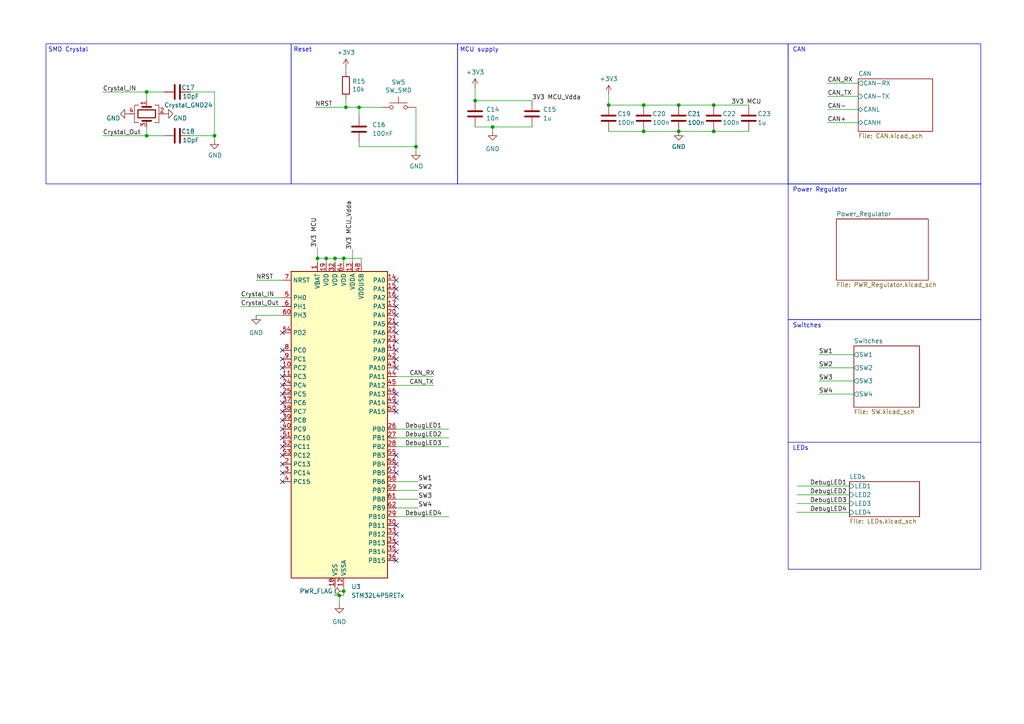
<source format=kicad_sch>
(kicad_sch (version 20230121) (generator eeschema)

  (uuid 0aa90e28-4005-4a42-b82e-6d9887b67114)

  (paper "A4")

  (lib_symbols
    (symbol "Device:C" (pin_numbers hide) (pin_names (offset 0.254)) (in_bom yes) (on_board yes)
      (property "Reference" "C" (at 0.635 2.54 0)
        (effects (font (size 1.27 1.27)) (justify left))
      )
      (property "Value" "C" (at 0.635 -2.54 0)
        (effects (font (size 1.27 1.27)) (justify left))
      )
      (property "Footprint" "" (at 0.9652 -3.81 0)
        (effects (font (size 1.27 1.27)) hide)
      )
      (property "Datasheet" "~" (at 0 0 0)
        (effects (font (size 1.27 1.27)) hide)
      )
      (property "ki_keywords" "cap capacitor" (at 0 0 0)
        (effects (font (size 1.27 1.27)) hide)
      )
      (property "ki_description" "Unpolarized capacitor" (at 0 0 0)
        (effects (font (size 1.27 1.27)) hide)
      )
      (property "ki_fp_filters" "C_*" (at 0 0 0)
        (effects (font (size 1.27 1.27)) hide)
      )
      (symbol "C_0_1"
        (polyline
          (pts
            (xy -2.032 -0.762)
            (xy 2.032 -0.762)
          )
          (stroke (width 0.508) (type default))
          (fill (type none))
        )
        (polyline
          (pts
            (xy -2.032 0.762)
            (xy 2.032 0.762)
          )
          (stroke (width 0.508) (type default))
          (fill (type none))
        )
      )
      (symbol "C_1_1"
        (pin passive line (at 0 3.81 270) (length 2.794)
          (name "~" (effects (font (size 1.27 1.27))))
          (number "1" (effects (font (size 1.27 1.27))))
        )
        (pin passive line (at 0 -3.81 90) (length 2.794)
          (name "~" (effects (font (size 1.27 1.27))))
          (number "2" (effects (font (size 1.27 1.27))))
        )
      )
    )
    (symbol "Device:Crystal_GND24" (pin_names (offset 1.016) hide) (in_bom yes) (on_board yes)
      (property "Reference" "Y" (at 3.175 5.08 0)
        (effects (font (size 1.27 1.27)) (justify left))
      )
      (property "Value" "Crystal_GND24" (at 3.175 3.175 0)
        (effects (font (size 1.27 1.27)) (justify left))
      )
      (property "Footprint" "" (at 0 0 0)
        (effects (font (size 1.27 1.27)) hide)
      )
      (property "Datasheet" "~" (at 0 0 0)
        (effects (font (size 1.27 1.27)) hide)
      )
      (property "ki_keywords" "quartz ceramic resonator oscillator" (at 0 0 0)
        (effects (font (size 1.27 1.27)) hide)
      )
      (property "ki_description" "Four pin crystal, GND on pins 2 and 4" (at 0 0 0)
        (effects (font (size 1.27 1.27)) hide)
      )
      (property "ki_fp_filters" "Crystal*" (at 0 0 0)
        (effects (font (size 1.27 1.27)) hide)
      )
      (symbol "Crystal_GND24_0_1"
        (rectangle (start -1.143 2.54) (end 1.143 -2.54)
          (stroke (width 0.3048) (type default))
          (fill (type none))
        )
        (polyline
          (pts
            (xy -2.54 0)
            (xy -2.032 0)
          )
          (stroke (width 0) (type default))
          (fill (type none))
        )
        (polyline
          (pts
            (xy -2.032 -1.27)
            (xy -2.032 1.27)
          )
          (stroke (width 0.508) (type default))
          (fill (type none))
        )
        (polyline
          (pts
            (xy 0 -3.81)
            (xy 0 -3.556)
          )
          (stroke (width 0) (type default))
          (fill (type none))
        )
        (polyline
          (pts
            (xy 0 3.556)
            (xy 0 3.81)
          )
          (stroke (width 0) (type default))
          (fill (type none))
        )
        (polyline
          (pts
            (xy 2.032 -1.27)
            (xy 2.032 1.27)
          )
          (stroke (width 0.508) (type default))
          (fill (type none))
        )
        (polyline
          (pts
            (xy 2.032 0)
            (xy 2.54 0)
          )
          (stroke (width 0) (type default))
          (fill (type none))
        )
        (polyline
          (pts
            (xy -2.54 -2.286)
            (xy -2.54 -3.556)
            (xy 2.54 -3.556)
            (xy 2.54 -2.286)
          )
          (stroke (width 0) (type default))
          (fill (type none))
        )
        (polyline
          (pts
            (xy -2.54 2.286)
            (xy -2.54 3.556)
            (xy 2.54 3.556)
            (xy 2.54 2.286)
          )
          (stroke (width 0) (type default))
          (fill (type none))
        )
      )
      (symbol "Crystal_GND24_1_1"
        (pin passive line (at -3.81 0 0) (length 1.27)
          (name "1" (effects (font (size 1.27 1.27))))
          (number "1" (effects (font (size 1.27 1.27))))
        )
        (pin passive line (at 0 5.08 270) (length 1.27)
          (name "2" (effects (font (size 1.27 1.27))))
          (number "2" (effects (font (size 1.27 1.27))))
        )
        (pin passive line (at 3.81 0 180) (length 1.27)
          (name "3" (effects (font (size 1.27 1.27))))
          (number "3" (effects (font (size 1.27 1.27))))
        )
        (pin passive line (at 0 -5.08 90) (length 1.27)
          (name "4" (effects (font (size 1.27 1.27))))
          (number "4" (effects (font (size 1.27 1.27))))
        )
      )
    )
    (symbol "Device:R" (pin_numbers hide) (pin_names (offset 0)) (in_bom yes) (on_board yes)
      (property "Reference" "R" (at 2.032 0 90)
        (effects (font (size 1.27 1.27)))
      )
      (property "Value" "R" (at 0 0 90)
        (effects (font (size 1.27 1.27)))
      )
      (property "Footprint" "" (at -1.778 0 90)
        (effects (font (size 1.27 1.27)) hide)
      )
      (property "Datasheet" "~" (at 0 0 0)
        (effects (font (size 1.27 1.27)) hide)
      )
      (property "ki_keywords" "R res resistor" (at 0 0 0)
        (effects (font (size 1.27 1.27)) hide)
      )
      (property "ki_description" "Resistor" (at 0 0 0)
        (effects (font (size 1.27 1.27)) hide)
      )
      (property "ki_fp_filters" "R_*" (at 0 0 0)
        (effects (font (size 1.27 1.27)) hide)
      )
      (symbol "R_0_1"
        (rectangle (start -1.016 -2.54) (end 1.016 2.54)
          (stroke (width 0.254) (type default))
          (fill (type none))
        )
      )
      (symbol "R_1_1"
        (pin passive line (at 0 3.81 270) (length 1.27)
          (name "~" (effects (font (size 1.27 1.27))))
          (number "1" (effects (font (size 1.27 1.27))))
        )
        (pin passive line (at 0 -3.81 90) (length 1.27)
          (name "~" (effects (font (size 1.27 1.27))))
          (number "2" (effects (font (size 1.27 1.27))))
        )
      )
    )
    (symbol "MCU_ST_STM32L4:STM32L4P5RETx" (in_bom yes) (on_board yes)
      (property "Reference" "U" (at -12.7 46.99 0)
        (effects (font (size 1.27 1.27)) (justify left))
      )
      (property "Value" "STM32L4P5RETx" (at 10.16 46.99 0)
        (effects (font (size 1.27 1.27)) (justify left))
      )
      (property "Footprint" "Package_QFP:LQFP-64_10x10mm_P0.5mm" (at -12.7 -43.18 0)
        (effects (font (size 1.27 1.27)) (justify right) hide)
      )
      (property "Datasheet" "https://www.st.com/resource/en/datasheet/stm32l4p5re.pdf" (at 0 0 0)
        (effects (font (size 1.27 1.27)) hide)
      )
      (property "ki_locked" "" (at 0 0 0)
        (effects (font (size 1.27 1.27)))
      )
      (property "ki_keywords" "Arm Cortex-M4 STM32L4+ STM32L4P5/Q5" (at 0 0 0)
        (effects (font (size 1.27 1.27)) hide)
      )
      (property "ki_description" "STMicroelectronics Arm Cortex-M4 MCU, 512KB flash, 320KB RAM, 120 MHz, 1.71-3.6V, 52 GPIO, LQFP64" (at 0 0 0)
        (effects (font (size 1.27 1.27)) hide)
      )
      (property "ki_fp_filters" "LQFP*10x10mm*P0.5mm*" (at 0 0 0)
        (effects (font (size 1.27 1.27)) hide)
      )
      (symbol "STM32L4P5RETx_0_1"
        (rectangle (start -12.7 -43.18) (end 15.24 45.72)
          (stroke (width 0.254) (type default))
          (fill (type background))
        )
      )
      (symbol "STM32L4P5RETx_1_1"
        (pin power_in line (at -5.08 48.26 270) (length 2.54)
          (name "VBAT" (effects (font (size 1.27 1.27))))
          (number "1" (effects (font (size 1.27 1.27))))
        )
        (pin bidirectional line (at -15.24 17.78 0) (length 2.54)
          (name "PC2" (effects (font (size 1.27 1.27))))
          (number "10" (effects (font (size 1.27 1.27))))
          (alternate "ADC1_IN3" bidirectional line)
          (alternate "ADC2_IN3" bidirectional line)
          (alternate "DFSDM1_CKOUT" bidirectional line)
          (alternate "LPTIM1_IN2" bidirectional line)
          (alternate "LTDC_HSYNC" bidirectional line)
          (alternate "OCTOSPIM_P1_IO5" bidirectional line)
          (alternate "SPI2_MISO" bidirectional line)
        )
        (pin bidirectional line (at -15.24 15.24 0) (length 2.54)
          (name "PC3" (effects (font (size 1.27 1.27))))
          (number "11" (effects (font (size 1.27 1.27))))
          (alternate "ADC1_IN4" bidirectional line)
          (alternate "ADC2_IN4" bidirectional line)
          (alternate "LPTIM1_ETR" bidirectional line)
          (alternate "LPTIM2_ETR" bidirectional line)
          (alternate "OCTOSPIM_P1_IO6" bidirectional line)
          (alternate "SAI1_D1" bidirectional line)
          (alternate "SAI1_SD_A" bidirectional line)
          (alternate "SPI2_MOSI" bidirectional line)
        )
        (pin power_in line (at 2.54 -45.72 90) (length 2.54)
          (name "VSSA" (effects (font (size 1.27 1.27))))
          (number "12" (effects (font (size 1.27 1.27))))
        )
        (pin power_in line (at 5.08 48.26 270) (length 2.54)
          (name "VDDA" (effects (font (size 1.27 1.27))))
          (number "13" (effects (font (size 1.27 1.27))))
        )
        (pin bidirectional line (at 17.78 43.18 180) (length 2.54)
          (name "PA0" (effects (font (size 1.27 1.27))))
          (number "14" (effects (font (size 1.27 1.27))))
          (alternate "ADC1_IN5" bidirectional line)
          (alternate "ADC2_IN5" bidirectional line)
          (alternate "OPAMP1_VINP" bidirectional line)
          (alternate "RTC_TAMP2" bidirectional line)
          (alternate "SAI1_EXTCLK" bidirectional line)
          (alternate "SYS_WKUP1" bidirectional line)
          (alternate "TIM2_CH1" bidirectional line)
          (alternate "TIM2_ETR" bidirectional line)
          (alternate "TIM5_CH1" bidirectional line)
          (alternate "TIM8_ETR" bidirectional line)
          (alternate "UART4_TX" bidirectional line)
          (alternate "USART2_CTS" bidirectional line)
          (alternate "USART2_NSS" bidirectional line)
        )
        (pin bidirectional line (at 17.78 40.64 180) (length 2.54)
          (name "PA1" (effects (font (size 1.27 1.27))))
          (number "15" (effects (font (size 1.27 1.27))))
          (alternate "ADC1_IN6" bidirectional line)
          (alternate "ADC2_IN6" bidirectional line)
          (alternate "I2C1_SMBA" bidirectional line)
          (alternate "OCTOSPIM_P1_DQS" bidirectional line)
          (alternate "OPAMP1_VINM" bidirectional line)
          (alternate "SDMMC2_CMD" bidirectional line)
          (alternate "SPI1_SCK" bidirectional line)
          (alternate "TIM15_CH1N" bidirectional line)
          (alternate "TIM2_CH2" bidirectional line)
          (alternate "TIM5_CH2" bidirectional line)
          (alternate "UART4_RX" bidirectional line)
          (alternate "USART2_DE" bidirectional line)
          (alternate "USART2_RTS" bidirectional line)
        )
        (pin bidirectional line (at 17.78 38.1 180) (length 2.54)
          (name "PA2" (effects (font (size 1.27 1.27))))
          (number "16" (effects (font (size 1.27 1.27))))
          (alternate "ADC1_IN7" bidirectional line)
          (alternate "ADC2_IN7" bidirectional line)
          (alternate "LPUART1_TX" bidirectional line)
          (alternate "OCTOSPIM_P1_NCS" bidirectional line)
          (alternate "RCC_LSCO" bidirectional line)
          (alternate "SAI2_EXTCLK" bidirectional line)
          (alternate "SYS_WKUP4" bidirectional line)
          (alternate "TIM15_CH1" bidirectional line)
          (alternate "TIM2_CH3" bidirectional line)
          (alternate "TIM5_CH3" bidirectional line)
          (alternate "USART2_TX" bidirectional line)
        )
        (pin bidirectional line (at 17.78 35.56 180) (length 2.54)
          (name "PA3" (effects (font (size 1.27 1.27))))
          (number "17" (effects (font (size 1.27 1.27))))
          (alternate "ADC1_IN8" bidirectional line)
          (alternate "ADC2_IN8" bidirectional line)
          (alternate "LPUART1_RX" bidirectional line)
          (alternate "OCTOSPIM_P1_CLK" bidirectional line)
          (alternate "OPAMP1_VOUT" bidirectional line)
          (alternate "SAI1_CK1" bidirectional line)
          (alternate "SAI1_MCLK_A" bidirectional line)
          (alternate "TIM15_CH2" bidirectional line)
          (alternate "TIM2_CH4" bidirectional line)
          (alternate "TIM5_CH4" bidirectional line)
          (alternate "USART2_RX" bidirectional line)
        )
        (pin power_in line (at 0 -45.72 90) (length 2.54)
          (name "VSS" (effects (font (size 1.27 1.27))))
          (number "18" (effects (font (size 1.27 1.27))))
        )
        (pin power_in line (at -2.54 48.26 270) (length 2.54)
          (name "VDD" (effects (font (size 1.27 1.27))))
          (number "19" (effects (font (size 1.27 1.27))))
        )
        (pin bidirectional line (at -15.24 -10.16 0) (length 2.54)
          (name "PC13" (effects (font (size 1.27 1.27))))
          (number "2" (effects (font (size 1.27 1.27))))
          (alternate "RTC_OUT1" bidirectional line)
          (alternate "RTC_TAMP1" bidirectional line)
          (alternate "RTC_TS" bidirectional line)
          (alternate "SYS_WKUP2" bidirectional line)
        )
        (pin bidirectional line (at 17.78 33.02 180) (length 2.54)
          (name "PA4" (effects (font (size 1.27 1.27))))
          (number "20" (effects (font (size 1.27 1.27))))
          (alternate "ADC1_IN9" bidirectional line)
          (alternate "ADC2_IN9" bidirectional line)
          (alternate "DAC1_OUT1" bidirectional line)
          (alternate "DCMI_HSYNC" bidirectional line)
          (alternate "LPTIM2_OUT" bidirectional line)
          (alternate "LTDC_CLK" bidirectional line)
          (alternate "OCTOSPIM_P1_NCS" bidirectional line)
          (alternate "PSSI_DE" bidirectional line)
          (alternate "SAI1_FS_B" bidirectional line)
          (alternate "SPI1_NSS" bidirectional line)
          (alternate "SPI3_NSS" bidirectional line)
          (alternate "USART2_CK" bidirectional line)
        )
        (pin bidirectional line (at 17.78 30.48 180) (length 2.54)
          (name "PA5" (effects (font (size 1.27 1.27))))
          (number "21" (effects (font (size 1.27 1.27))))
          (alternate "ADC1_IN10" bidirectional line)
          (alternate "ADC2_IN10" bidirectional line)
          (alternate "DAC1_OUT2" bidirectional line)
          (alternate "LPTIM2_ETR" bidirectional line)
          (alternate "LTDC_R7" bidirectional line)
          (alternate "PSSI_D14" bidirectional line)
          (alternate "SPI1_SCK" bidirectional line)
          (alternate "TIM2_CH1" bidirectional line)
          (alternate "TIM2_ETR" bidirectional line)
          (alternate "TIM8_CH1N" bidirectional line)
        )
        (pin bidirectional line (at 17.78 27.94 180) (length 2.54)
          (name "PA6" (effects (font (size 1.27 1.27))))
          (number "22" (effects (font (size 1.27 1.27))))
          (alternate "ADC1_IN11" bidirectional line)
          (alternate "ADC2_IN11" bidirectional line)
          (alternate "DCMI_PIXCLK" bidirectional line)
          (alternate "LPUART1_CTS" bidirectional line)
          (alternate "OCTOSPIM_P1_IO3" bidirectional line)
          (alternate "OPAMP2_VINP" bidirectional line)
          (alternate "PSSI_PDCK" bidirectional line)
          (alternate "SPI1_MISO" bidirectional line)
          (alternate "TIM16_CH1" bidirectional line)
          (alternate "TIM1_BKIN" bidirectional line)
          (alternate "TIM3_CH1" bidirectional line)
          (alternate "TIM8_BKIN" bidirectional line)
          (alternate "USART3_CTS" bidirectional line)
          (alternate "USART3_NSS" bidirectional line)
        )
        (pin bidirectional line (at 17.78 25.4 180) (length 2.54)
          (name "PA7" (effects (font (size 1.27 1.27))))
          (number "23" (effects (font (size 1.27 1.27))))
          (alternate "ADC1_IN12" bidirectional line)
          (alternate "ADC2_IN12" bidirectional line)
          (alternate "I2C3_SCL" bidirectional line)
          (alternate "OCTOSPIM_P1_IO2" bidirectional line)
          (alternate "OPAMP2_VINM" bidirectional line)
          (alternate "SPI1_MOSI" bidirectional line)
          (alternate "TIM17_CH1" bidirectional line)
          (alternate "TIM1_CH1N" bidirectional line)
          (alternate "TIM3_CH2" bidirectional line)
          (alternate "TIM8_CH1N" bidirectional line)
        )
        (pin bidirectional line (at -15.24 12.7 0) (length 2.54)
          (name "PC4" (effects (font (size 1.27 1.27))))
          (number "24" (effects (font (size 1.27 1.27))))
          (alternate "ADC1_IN13" bidirectional line)
          (alternate "ADC2_IN13" bidirectional line)
          (alternate "COMP1_INM" bidirectional line)
          (alternate "OCTOSPIM_P1_IO7" bidirectional line)
          (alternate "OCTOSPIM_P2_NCS" bidirectional line)
          (alternate "USART3_TX" bidirectional line)
        )
        (pin bidirectional line (at -15.24 10.16 0) (length 2.54)
          (name "PC5" (effects (font (size 1.27 1.27))))
          (number "25" (effects (font (size 1.27 1.27))))
          (alternate "ADC1_IN14" bidirectional line)
          (alternate "ADC2_IN14" bidirectional line)
          (alternate "COMP1_INP" bidirectional line)
          (alternate "LTDC_CLK" bidirectional line)
          (alternate "PSSI_D15" bidirectional line)
          (alternate "SAI1_D3" bidirectional line)
          (alternate "SYS_WKUP5" bidirectional line)
          (alternate "USART3_RX" bidirectional line)
        )
        (pin bidirectional line (at 17.78 0 180) (length 2.54)
          (name "PB0" (effects (font (size 1.27 1.27))))
          (number "26" (effects (font (size 1.27 1.27))))
          (alternate "ADC1_IN15" bidirectional line)
          (alternate "ADC2_IN15" bidirectional line)
          (alternate "COMP1_OUT" bidirectional line)
          (alternate "LTDC_B6" bidirectional line)
          (alternate "OCTOSPIM_P1_IO1" bidirectional line)
          (alternate "OPAMP2_VOUT" bidirectional line)
          (alternate "SAI1_EXTCLK" bidirectional line)
          (alternate "SPI1_NSS" bidirectional line)
          (alternate "TIM1_CH2N" bidirectional line)
          (alternate "TIM3_CH3" bidirectional line)
          (alternate "TIM8_CH2N" bidirectional line)
          (alternate "USART3_CK" bidirectional line)
        )
        (pin bidirectional line (at 17.78 -2.54 180) (length 2.54)
          (name "PB1" (effects (font (size 1.27 1.27))))
          (number "27" (effects (font (size 1.27 1.27))))
          (alternate "ADC1_IN16" bidirectional line)
          (alternate "ADC2_IN16" bidirectional line)
          (alternate "COMP1_INM" bidirectional line)
          (alternate "DFSDM1_DATIN0" bidirectional line)
          (alternate "LPTIM2_IN1" bidirectional line)
          (alternate "LPUART1_DE" bidirectional line)
          (alternate "LPUART1_RTS" bidirectional line)
          (alternate "LTDC_G6" bidirectional line)
          (alternate "OCTOSPIM_P1_IO0" bidirectional line)
          (alternate "TIM1_CH3N" bidirectional line)
          (alternate "TIM3_CH4" bidirectional line)
          (alternate "TIM8_CH3N" bidirectional line)
          (alternate "USART3_DE" bidirectional line)
          (alternate "USART3_RTS" bidirectional line)
        )
        (pin bidirectional line (at 17.78 -5.08 180) (length 2.54)
          (name "PB2" (effects (font (size 1.27 1.27))))
          (number "28" (effects (font (size 1.27 1.27))))
          (alternate "COMP1_INP" bidirectional line)
          (alternate "DFSDM1_CKIN0" bidirectional line)
          (alternate "I2C3_SMBA" bidirectional line)
          (alternate "LPTIM1_OUT" bidirectional line)
          (alternate "OCTOSPIM_P1_DQS" bidirectional line)
          (alternate "RTC_OUT2" bidirectional line)
        )
        (pin bidirectional line (at 17.78 -25.4 180) (length 2.54)
          (name "PB10" (effects (font (size 1.27 1.27))))
          (number "29" (effects (font (size 1.27 1.27))))
          (alternate "COMP1_OUT" bidirectional line)
          (alternate "I2C2_SCL" bidirectional line)
          (alternate "I2C4_SCL" bidirectional line)
          (alternate "LPUART1_RX" bidirectional line)
          (alternate "OCTOSPIM_P1_CLK" bidirectional line)
          (alternate "OCTOSPIM_P1_IO3" bidirectional line)
          (alternate "SAI1_SCK_A" bidirectional line)
          (alternate "SPI2_SCK" bidirectional line)
          (alternate "TIM2_CH3" bidirectional line)
          (alternate "TSC_SYNC" bidirectional line)
          (alternate "USART3_TX" bidirectional line)
        )
        (pin bidirectional line (at -15.24 -12.7 0) (length 2.54)
          (name "PC14" (effects (font (size 1.27 1.27))))
          (number "3" (effects (font (size 1.27 1.27))))
          (alternate "RCC_OSC32_IN" bidirectional line)
        )
        (pin bidirectional line (at 17.78 -27.94 180) (length 2.54)
          (name "PB11" (effects (font (size 1.27 1.27))))
          (number "30" (effects (font (size 1.27 1.27))))
          (alternate "ADC1_EXTI11" bidirectional line)
          (alternate "ADC2_EXTI11" bidirectional line)
          (alternate "COMP2_OUT" bidirectional line)
          (alternate "I2C2_SDA" bidirectional line)
          (alternate "I2C4_SDA" bidirectional line)
          (alternate "LPUART1_TX" bidirectional line)
          (alternate "LTDC_VSYNC" bidirectional line)
          (alternate "OCTOSPIM_P1_NCS" bidirectional line)
          (alternate "TIM2_CH4" bidirectional line)
          (alternate "USART3_RX" bidirectional line)
        )
        (pin passive line (at 0 -45.72 90) (length 2.54) hide
          (name "VSS" (effects (font (size 1.27 1.27))))
          (number "31" (effects (font (size 1.27 1.27))))
        )
        (pin power_in line (at 0 48.26 270) (length 2.54)
          (name "VDD" (effects (font (size 1.27 1.27))))
          (number "32" (effects (font (size 1.27 1.27))))
        )
        (pin bidirectional line (at 17.78 -30.48 180) (length 2.54)
          (name "PB12" (effects (font (size 1.27 1.27))))
          (number "33" (effects (font (size 1.27 1.27))))
          (alternate "DFSDM1_DATIN1" bidirectional line)
          (alternate "I2C2_SMBA" bidirectional line)
          (alternate "LPUART1_DE" bidirectional line)
          (alternate "LPUART1_RTS" bidirectional line)
          (alternate "OCTOSPIM_P1_NCLK" bidirectional line)
          (alternate "SAI2_FS_A" bidirectional line)
          (alternate "SDMMC2_CK" bidirectional line)
          (alternate "SPI2_NSS" bidirectional line)
          (alternate "TIM15_BKIN" bidirectional line)
          (alternate "TIM1_BKIN" bidirectional line)
          (alternate "TSC_G1_IO1" bidirectional line)
          (alternate "USART3_CK" bidirectional line)
        )
        (pin bidirectional line (at 17.78 -33.02 180) (length 2.54)
          (name "PB13" (effects (font (size 1.27 1.27))))
          (number "34" (effects (font (size 1.27 1.27))))
          (alternate "DFSDM1_CKIN1" bidirectional line)
          (alternate "I2C2_SCL" bidirectional line)
          (alternate "LPUART1_CTS" bidirectional line)
          (alternate "OCTOSPIM_P1_IO1" bidirectional line)
          (alternate "SAI2_SCK_A" bidirectional line)
          (alternate "SPI2_SCK" bidirectional line)
          (alternate "TIM15_CH1N" bidirectional line)
          (alternate "TIM1_CH1N" bidirectional line)
          (alternate "TSC_G1_IO2" bidirectional line)
          (alternate "USART3_CTS" bidirectional line)
          (alternate "USART3_NSS" bidirectional line)
        )
        (pin bidirectional line (at 17.78 -35.56 180) (length 2.54)
          (name "PB14" (effects (font (size 1.27 1.27))))
          (number "35" (effects (font (size 1.27 1.27))))
          (alternate "DFSDM1_DATIN2" bidirectional line)
          (alternate "I2C2_SDA" bidirectional line)
          (alternate "OCTOSPIM_P1_IO6" bidirectional line)
          (alternate "SAI2_MCLK_A" bidirectional line)
          (alternate "SDMMC2_D0" bidirectional line)
          (alternate "SPI2_MISO" bidirectional line)
          (alternate "TIM15_CH1" bidirectional line)
          (alternate "TIM1_CH2N" bidirectional line)
          (alternate "TIM8_CH2N" bidirectional line)
          (alternate "TSC_G1_IO3" bidirectional line)
          (alternate "USART3_DE" bidirectional line)
          (alternate "USART3_RTS" bidirectional line)
        )
        (pin bidirectional line (at 17.78 -38.1 180) (length 2.54)
          (name "PB15" (effects (font (size 1.27 1.27))))
          (number "36" (effects (font (size 1.27 1.27))))
          (alternate "ADC1_EXTI15" bidirectional line)
          (alternate "ADC2_EXTI15" bidirectional line)
          (alternate "DFSDM1_CKIN2" bidirectional line)
          (alternate "OCTOSPIM_P1_IO7" bidirectional line)
          (alternate "RTC_REFIN" bidirectional line)
          (alternate "SAI2_SD_A" bidirectional line)
          (alternate "SDMMC2_D1" bidirectional line)
          (alternate "SPI2_MOSI" bidirectional line)
          (alternate "TIM15_CH2" bidirectional line)
          (alternate "TIM1_CH3N" bidirectional line)
          (alternate "TIM8_CH3N" bidirectional line)
          (alternate "TSC_G1_IO4" bidirectional line)
        )
        (pin bidirectional line (at -15.24 7.62 0) (length 2.54)
          (name "PC6" (effects (font (size 1.27 1.27))))
          (number "37" (effects (font (size 1.27 1.27))))
          (alternate "DCMI_D0" bidirectional line)
          (alternate "DFSDM1_CKIN3" bidirectional line)
          (alternate "LTDC_G7" bidirectional line)
          (alternate "PSSI_D0" bidirectional line)
          (alternate "SAI2_MCLK_A" bidirectional line)
          (alternate "SDMMC1_D0DIR" bidirectional line)
          (alternate "SDMMC1_D6" bidirectional line)
          (alternate "SDMMC2_D6" bidirectional line)
          (alternate "TIM3_CH1" bidirectional line)
          (alternate "TIM8_CH1" bidirectional line)
          (alternate "TSC_G4_IO1" bidirectional line)
        )
        (pin bidirectional line (at -15.24 5.08 0) (length 2.54)
          (name "PC7" (effects (font (size 1.27 1.27))))
          (number "38" (effects (font (size 1.27 1.27))))
          (alternate "DCMI_D1" bidirectional line)
          (alternate "DFSDM1_DATIN3" bidirectional line)
          (alternate "LTDC_B6" bidirectional line)
          (alternate "PSSI_D1" bidirectional line)
          (alternate "SAI2_MCLK_B" bidirectional line)
          (alternate "SDMMC1_D123DIR" bidirectional line)
          (alternate "SDMMC1_D7" bidirectional line)
          (alternate "SDMMC2_D7" bidirectional line)
          (alternate "TIM3_CH2" bidirectional line)
          (alternate "TIM8_CH2" bidirectional line)
          (alternate "TSC_G4_IO2" bidirectional line)
        )
        (pin bidirectional line (at -15.24 2.54 0) (length 2.54)
          (name "PC8" (effects (font (size 1.27 1.27))))
          (number "39" (effects (font (size 1.27 1.27))))
          (alternate "DCMI_D2" bidirectional line)
          (alternate "PSSI_D2" bidirectional line)
          (alternate "SDMMC1_D0" bidirectional line)
          (alternate "TIM3_CH3" bidirectional line)
          (alternate "TIM8_CH3" bidirectional line)
          (alternate "TSC_G4_IO3" bidirectional line)
        )
        (pin bidirectional line (at -15.24 -15.24 0) (length 2.54)
          (name "PC15" (effects (font (size 1.27 1.27))))
          (number "4" (effects (font (size 1.27 1.27))))
          (alternate "ADC1_EXTI15" bidirectional line)
          (alternate "ADC2_EXTI15" bidirectional line)
          (alternate "RCC_OSC32_OUT" bidirectional line)
        )
        (pin bidirectional line (at -15.24 0 0) (length 2.54)
          (name "PC9" (effects (font (size 1.27 1.27))))
          (number "40" (effects (font (size 1.27 1.27))))
          (alternate "DAC1_EXTI9" bidirectional line)
          (alternate "DCMI_D3" bidirectional line)
          (alternate "I2C3_SDA" bidirectional line)
          (alternate "PSSI_D3" bidirectional line)
          (alternate "SAI2_EXTCLK" bidirectional line)
          (alternate "SDMMC1_D1" bidirectional line)
          (alternate "SYS_TRACED0" bidirectional line)
          (alternate "TIM3_CH4" bidirectional line)
          (alternate "TIM8_BKIN2" bidirectional line)
          (alternate "TIM8_CH4" bidirectional line)
          (alternate "TSC_G4_IO4" bidirectional line)
          (alternate "USB_OTG_FS_NOE" bidirectional line)
        )
        (pin bidirectional line (at 17.78 22.86 180) (length 2.54)
          (name "PA8" (effects (font (size 1.27 1.27))))
          (number "41" (effects (font (size 1.27 1.27))))
          (alternate "LPTIM2_OUT" bidirectional line)
          (alternate "LTDC_B7" bidirectional line)
          (alternate "RCC_MCO" bidirectional line)
          (alternate "SAI1_CK2" bidirectional line)
          (alternate "SAI1_SCK_A" bidirectional line)
          (alternate "TIM1_CH1" bidirectional line)
          (alternate "USART1_CK" bidirectional line)
          (alternate "USB_OTG_FS_SOF" bidirectional line)
        )
        (pin bidirectional line (at 17.78 20.32 180) (length 2.54)
          (name "PA9" (effects (font (size 1.27 1.27))))
          (number "42" (effects (font (size 1.27 1.27))))
          (alternate "DAC1_EXTI9" bidirectional line)
          (alternate "DCMI_D0" bidirectional line)
          (alternate "LTDC_G7" bidirectional line)
          (alternate "PSSI_D0" bidirectional line)
          (alternate "SAI1_FS_A" bidirectional line)
          (alternate "SPI2_SCK" bidirectional line)
          (alternate "TIM15_BKIN" bidirectional line)
          (alternate "TIM1_CH2" bidirectional line)
          (alternate "USART1_TX" bidirectional line)
          (alternate "USB_OTG_FS_VBUS" bidirectional line)
        )
        (pin bidirectional line (at 17.78 17.78 180) (length 2.54)
          (name "PA10" (effects (font (size 1.27 1.27))))
          (number "43" (effects (font (size 1.27 1.27))))
          (alternate "DCMI_D1" bidirectional line)
          (alternate "LTDC_G6" bidirectional line)
          (alternate "PSSI_D1" bidirectional line)
          (alternate "SAI1_D1" bidirectional line)
          (alternate "SAI1_SD_A" bidirectional line)
          (alternate "TIM17_BKIN" bidirectional line)
          (alternate "TIM1_CH3" bidirectional line)
          (alternate "USART1_RX" bidirectional line)
          (alternate "USB_OTG_FS_ID" bidirectional line)
        )
        (pin bidirectional line (at 17.78 15.24 180) (length 2.54)
          (name "PA11" (effects (font (size 1.27 1.27))))
          (number "44" (effects (font (size 1.27 1.27))))
          (alternate "ADC1_EXTI11" bidirectional line)
          (alternate "ADC2_EXTI11" bidirectional line)
          (alternate "CAN1_RX" bidirectional line)
          (alternate "LTDC_DE" bidirectional line)
          (alternate "SPI1_MISO" bidirectional line)
          (alternate "TIM1_BKIN2" bidirectional line)
          (alternate "TIM1_CH4" bidirectional line)
          (alternate "USART1_CTS" bidirectional line)
          (alternate "USART1_NSS" bidirectional line)
          (alternate "USB_OTG_FS_DM" bidirectional line)
        )
        (pin bidirectional line (at 17.78 12.7 180) (length 2.54)
          (name "PA12" (effects (font (size 1.27 1.27))))
          (number "45" (effects (font (size 1.27 1.27))))
          (alternate "CAN1_TX" bidirectional line)
          (alternate "LTDC_VSYNC" bidirectional line)
          (alternate "OCTOSPIM_P2_NCS" bidirectional line)
          (alternate "SPI1_MOSI" bidirectional line)
          (alternate "TIM1_ETR" bidirectional line)
          (alternate "USART1_DE" bidirectional line)
          (alternate "USART1_RTS" bidirectional line)
          (alternate "USB_OTG_FS_DP" bidirectional line)
        )
        (pin bidirectional line (at 17.78 10.16 180) (length 2.54)
          (name "PA13" (effects (font (size 1.27 1.27))))
          (number "46" (effects (font (size 1.27 1.27))))
          (alternate "IR_OUT" bidirectional line)
          (alternate "SAI1_SD_B" bidirectional line)
          (alternate "SYS_JTMS-SWDIO" bidirectional line)
          (alternate "USB_OTG_FS_NOE" bidirectional line)
        )
        (pin passive line (at 0 -45.72 90) (length 2.54) hide
          (name "VSS" (effects (font (size 1.27 1.27))))
          (number "47" (effects (font (size 1.27 1.27))))
        )
        (pin power_in line (at 7.62 48.26 270) (length 2.54)
          (name "VDDUSB" (effects (font (size 1.27 1.27))))
          (number "48" (effects (font (size 1.27 1.27))))
        )
        (pin bidirectional line (at 17.78 7.62 180) (length 2.54)
          (name "PA14" (effects (font (size 1.27 1.27))))
          (number "49" (effects (font (size 1.27 1.27))))
          (alternate "I2C1_SMBA" bidirectional line)
          (alternate "I2C4_SMBA" bidirectional line)
          (alternate "LPTIM1_OUT" bidirectional line)
          (alternate "SAI1_FS_B" bidirectional line)
          (alternate "SYS_JTCK-SWCLK" bidirectional line)
          (alternate "USB_OTG_FS_SOF" bidirectional line)
        )
        (pin bidirectional line (at -15.24 38.1 0) (length 2.54)
          (name "PH0" (effects (font (size 1.27 1.27))))
          (number "5" (effects (font (size 1.27 1.27))))
          (alternate "RCC_OSC_IN" bidirectional line)
        )
        (pin bidirectional line (at 17.78 5.08 180) (length 2.54)
          (name "PA15" (effects (font (size 1.27 1.27))))
          (number "50" (effects (font (size 1.27 1.27))))
          (alternate "ADC1_EXTI15" bidirectional line)
          (alternate "ADC2_EXTI15" bidirectional line)
          (alternate "LTDC_HSYNC" bidirectional line)
          (alternate "SAI2_FS_B" bidirectional line)
          (alternate "SPI1_NSS" bidirectional line)
          (alternate "SPI3_NSS" bidirectional line)
          (alternate "SYS_JTDI" bidirectional line)
          (alternate "TIM2_CH1" bidirectional line)
          (alternate "TIM2_ETR" bidirectional line)
          (alternate "TSC_G3_IO1" bidirectional line)
          (alternate "UART4_DE" bidirectional line)
          (alternate "UART4_RTS" bidirectional line)
          (alternate "USART2_RX" bidirectional line)
          (alternate "USART3_DE" bidirectional line)
          (alternate "USART3_RTS" bidirectional line)
        )
        (pin bidirectional line (at -15.24 -2.54 0) (length 2.54)
          (name "PC10" (effects (font (size 1.27 1.27))))
          (number "51" (effects (font (size 1.27 1.27))))
          (alternate "DCMI_D8" bidirectional line)
          (alternate "DCMI_VSYNC" bidirectional line)
          (alternate "PSSI_D8" bidirectional line)
          (alternate "PSSI_RDY" bidirectional line)
          (alternate "SAI2_SCK_B" bidirectional line)
          (alternate "SDMMC1_D2" bidirectional line)
          (alternate "SPI3_SCK" bidirectional line)
          (alternate "SYS_TRACED1" bidirectional line)
          (alternate "TSC_G3_IO2" bidirectional line)
          (alternate "UART4_TX" bidirectional line)
          (alternate "USART3_TX" bidirectional line)
        )
        (pin bidirectional line (at -15.24 -5.08 0) (length 2.54)
          (name "PC11" (effects (font (size 1.27 1.27))))
          (number "52" (effects (font (size 1.27 1.27))))
          (alternate "ADC1_EXTI11" bidirectional line)
          (alternate "ADC2_EXTI11" bidirectional line)
          (alternate "DCMI_D2" bidirectional line)
          (alternate "DCMI_D4" bidirectional line)
          (alternate "OCTOSPIM_P1_NCS" bidirectional line)
          (alternate "PSSI_D2" bidirectional line)
          (alternate "PSSI_D4" bidirectional line)
          (alternate "SAI2_MCLK_B" bidirectional line)
          (alternate "SDMMC1_D3" bidirectional line)
          (alternate "SPI3_MISO" bidirectional line)
          (alternate "TSC_G3_IO3" bidirectional line)
          (alternate "UART4_RX" bidirectional line)
          (alternate "USART3_RX" bidirectional line)
        )
        (pin bidirectional line (at -15.24 -7.62 0) (length 2.54)
          (name "PC12" (effects (font (size 1.27 1.27))))
          (number "53" (effects (font (size 1.27 1.27))))
          (alternate "DCMI_D9" bidirectional line)
          (alternate "LTDC_R6" bidirectional line)
          (alternate "PSSI_D9" bidirectional line)
          (alternate "SAI2_SD_B" bidirectional line)
          (alternate "SDMMC1_CK" bidirectional line)
          (alternate "SPI3_MOSI" bidirectional line)
          (alternate "SYS_TRACED3" bidirectional line)
          (alternate "TSC_G3_IO4" bidirectional line)
          (alternate "USART3_CK" bidirectional line)
        )
        (pin bidirectional line (at -15.24 27.94 0) (length 2.54)
          (name "PD2" (effects (font (size 1.27 1.27))))
          (number "54" (effects (font (size 1.27 1.27))))
          (alternate "DCMI_D11" bidirectional line)
          (alternate "PSSI_D11" bidirectional line)
          (alternate "SDMMC1_CMD" bidirectional line)
          (alternate "SYS_TRACED2" bidirectional line)
          (alternate "TIM3_ETR" bidirectional line)
          (alternate "TSC_SYNC" bidirectional line)
          (alternate "USART3_DE" bidirectional line)
          (alternate "USART3_RTS" bidirectional line)
        )
        (pin bidirectional line (at 17.78 -7.62 180) (length 2.54)
          (name "PB3" (effects (font (size 1.27 1.27))))
          (number "55" (effects (font (size 1.27 1.27))))
          (alternate "COMP2_INM" bidirectional line)
          (alternate "CRS_SYNC" bidirectional line)
          (alternate "OCTOSPIM_P1_IO4" bidirectional line)
          (alternate "SAI1_SCK_B" bidirectional line)
          (alternate "SDMMC2_D2" bidirectional line)
          (alternate "SPI1_SCK" bidirectional line)
          (alternate "SPI3_SCK" bidirectional line)
          (alternate "SYS_JTDO-SWO" bidirectional line)
          (alternate "TIM2_CH2" bidirectional line)
          (alternate "USART1_DE" bidirectional line)
          (alternate "USART1_RTS" bidirectional line)
        )
        (pin bidirectional line (at 17.78 -10.16 180) (length 2.54)
          (name "PB4" (effects (font (size 1.27 1.27))))
          (number "56" (effects (font (size 1.27 1.27))))
          (alternate "COMP2_INP" bidirectional line)
          (alternate "DCMI_D12" bidirectional line)
          (alternate "I2C3_SDA" bidirectional line)
          (alternate "OCTOSPIM_P1_IO5" bidirectional line)
          (alternate "PSSI_D12" bidirectional line)
          (alternate "SAI1_MCLK_B" bidirectional line)
          (alternate "SDMMC2_D3" bidirectional line)
          (alternate "SPI1_MISO" bidirectional line)
          (alternate "SPI3_MISO" bidirectional line)
          (alternate "SYS_JTRST" bidirectional line)
          (alternate "TIM17_BKIN" bidirectional line)
          (alternate "TIM3_CH1" bidirectional line)
          (alternate "TSC_G2_IO1" bidirectional line)
          (alternate "USART1_CTS" bidirectional line)
          (alternate "USART1_NSS" bidirectional line)
        )
        (pin bidirectional line (at 17.78 -12.7 180) (length 2.54)
          (name "PB5" (effects (font (size 1.27 1.27))))
          (number "57" (effects (font (size 1.27 1.27))))
          (alternate "COMP2_OUT" bidirectional line)
          (alternate "DCMI_D10" bidirectional line)
          (alternate "I2C1_SMBA" bidirectional line)
          (alternate "LPTIM1_IN1" bidirectional line)
          (alternate "OCTOSPIM_P1_IO0" bidirectional line)
          (alternate "PSSI_D10" bidirectional line)
          (alternate "SAI1_SD_B" bidirectional line)
          (alternate "SPI1_MOSI" bidirectional line)
          (alternate "SPI3_MOSI" bidirectional line)
          (alternate "TIM16_BKIN" bidirectional line)
          (alternate "TIM3_CH2" bidirectional line)
          (alternate "TSC_G2_IO2" bidirectional line)
          (alternate "USART1_CK" bidirectional line)
        )
        (pin bidirectional line (at 17.78 -15.24 180) (length 2.54)
          (name "PB6" (effects (font (size 1.27 1.27))))
          (number "58" (effects (font (size 1.27 1.27))))
          (alternate "COMP2_INP" bidirectional line)
          (alternate "DCMI_D5" bidirectional line)
          (alternate "I2C1_SCL" bidirectional line)
          (alternate "I2C4_SCL" bidirectional line)
          (alternate "LPTIM1_ETR" bidirectional line)
          (alternate "LTDC_R6" bidirectional line)
          (alternate "PSSI_D5" bidirectional line)
          (alternate "SAI1_FS_B" bidirectional line)
          (alternate "TIM16_CH1N" bidirectional line)
          (alternate "TIM4_CH1" bidirectional line)
          (alternate "TIM8_BKIN2" bidirectional line)
          (alternate "TSC_G2_IO3" bidirectional line)
          (alternate "USART1_TX" bidirectional line)
        )
        (pin bidirectional line (at 17.78 -17.78 180) (length 2.54)
          (name "PB7" (effects (font (size 1.27 1.27))))
          (number "59" (effects (font (size 1.27 1.27))))
          (alternate "COMP2_INM" bidirectional line)
          (alternate "DCMI_VSYNC" bidirectional line)
          (alternate "I2C1_SDA" bidirectional line)
          (alternate "I2C4_SDA" bidirectional line)
          (alternate "LPTIM1_IN2" bidirectional line)
          (alternate "LTDC_VSYNC" bidirectional line)
          (alternate "PSSI_RDY" bidirectional line)
          (alternate "SYS_PVD_IN" bidirectional line)
          (alternate "TIM17_CH1N" bidirectional line)
          (alternate "TIM4_CH2" bidirectional line)
          (alternate "TIM8_BKIN" bidirectional line)
          (alternate "TSC_G2_IO4" bidirectional line)
          (alternate "UART4_CTS" bidirectional line)
          (alternate "USART1_RX" bidirectional line)
        )
        (pin bidirectional line (at -15.24 35.56 0) (length 2.54)
          (name "PH1" (effects (font (size 1.27 1.27))))
          (number "6" (effects (font (size 1.27 1.27))))
          (alternate "RCC_OSC_OUT" bidirectional line)
        )
        (pin bidirectional line (at -15.24 33.02 0) (length 2.54)
          (name "PH3" (effects (font (size 1.27 1.27))))
          (number "60" (effects (font (size 1.27 1.27))))
        )
        (pin bidirectional line (at 17.78 -20.32 180) (length 2.54)
          (name "PB8" (effects (font (size 1.27 1.27))))
          (number "61" (effects (font (size 1.27 1.27))))
          (alternate "CAN1_RX" bidirectional line)
          (alternate "DCMI_D6" bidirectional line)
          (alternate "DFSDM1_CKOUT" bidirectional line)
          (alternate "I2C1_SCL" bidirectional line)
          (alternate "LTDC_DE" bidirectional line)
          (alternate "PSSI_D6" bidirectional line)
          (alternate "SAI1_CK1" bidirectional line)
          (alternate "SAI1_MCLK_A" bidirectional line)
          (alternate "SDMMC1_CKIN" bidirectional line)
          (alternate "SDMMC1_D4" bidirectional line)
          (alternate "SDMMC2_D4" bidirectional line)
          (alternate "TIM16_CH1" bidirectional line)
          (alternate "TIM4_CH3" bidirectional line)
        )
        (pin bidirectional line (at 17.78 -22.86 180) (length 2.54)
          (name "PB9" (effects (font (size 1.27 1.27))))
          (number "62" (effects (font (size 1.27 1.27))))
          (alternate "CAN1_TX" bidirectional line)
          (alternate "DAC1_EXTI9" bidirectional line)
          (alternate "DCMI_D7" bidirectional line)
          (alternate "I2C1_SDA" bidirectional line)
          (alternate "IR_OUT" bidirectional line)
          (alternate "PSSI_D7" bidirectional line)
          (alternate "SAI1_D2" bidirectional line)
          (alternate "SAI1_FS_A" bidirectional line)
          (alternate "SDMMC1_CDIR" bidirectional line)
          (alternate "SDMMC1_D5" bidirectional line)
          (alternate "SDMMC2_D5" bidirectional line)
          (alternate "SPI2_NSS" bidirectional line)
          (alternate "TIM17_CH1" bidirectional line)
          (alternate "TIM4_CH4" bidirectional line)
        )
        (pin passive line (at 0 -45.72 90) (length 2.54) hide
          (name "VSS" (effects (font (size 1.27 1.27))))
          (number "63" (effects (font (size 1.27 1.27))))
        )
        (pin power_in line (at 2.54 48.26 270) (length 2.54)
          (name "VDD" (effects (font (size 1.27 1.27))))
          (number "64" (effects (font (size 1.27 1.27))))
        )
        (pin input line (at -15.24 43.18 0) (length 2.54)
          (name "NRST" (effects (font (size 1.27 1.27))))
          (number "7" (effects (font (size 1.27 1.27))))
        )
        (pin bidirectional line (at -15.24 22.86 0) (length 2.54)
          (name "PC0" (effects (font (size 1.27 1.27))))
          (number "8" (effects (font (size 1.27 1.27))))
          (alternate "ADC1_IN1" bidirectional line)
          (alternate "ADC2_IN1" bidirectional line)
          (alternate "I2C3_SCL" bidirectional line)
          (alternate "LPTIM1_IN1" bidirectional line)
          (alternate "LPTIM2_IN1" bidirectional line)
          (alternate "LPUART1_RX" bidirectional line)
          (alternate "LTDC_DE" bidirectional line)
          (alternate "SAI2_FS_A" bidirectional line)
          (alternate "SDMMC1_CMD" bidirectional line)
          (alternate "SDMMC2_CKIN" bidirectional line)
        )
        (pin bidirectional line (at -15.24 20.32 0) (length 2.54)
          (name "PC1" (effects (font (size 1.27 1.27))))
          (number "9" (effects (font (size 1.27 1.27))))
          (alternate "ADC1_IN2" bidirectional line)
          (alternate "ADC2_IN2" bidirectional line)
          (alternate "I2C3_SDA" bidirectional line)
          (alternate "LPTIM1_OUT" bidirectional line)
          (alternate "LPUART1_TX" bidirectional line)
          (alternate "OCTOSPIM_P1_IO4" bidirectional line)
          (alternate "SAI1_SD_A" bidirectional line)
          (alternate "SPI2_MOSI" bidirectional line)
          (alternate "SYS_TRACED0" bidirectional line)
        )
      )
    )
    (symbol "Switch:SW_MEC_5G" (pin_numbers hide) (pin_names (offset 1.016) hide) (in_bom yes) (on_board yes)
      (property "Reference" "SW" (at 1.27 2.54 0)
        (effects (font (size 1.27 1.27)) (justify left))
      )
      (property "Value" "SW_MEC_5G" (at 0 -1.524 0)
        (effects (font (size 1.27 1.27)))
      )
      (property "Footprint" "" (at 0 5.08 0)
        (effects (font (size 1.27 1.27)) hide)
      )
      (property "Datasheet" "http://www.apem.com/int/index.php?controller=attachment&id_attachment=488" (at 0 5.08 0)
        (effects (font (size 1.27 1.27)) hide)
      )
      (property "ki_keywords" "switch normally-open pushbutton push-button" (at 0 0 0)
        (effects (font (size 1.27 1.27)) hide)
      )
      (property "ki_description" "MEC 5G single pole normally-open tactile switch" (at 0 0 0)
        (effects (font (size 1.27 1.27)) hide)
      )
      (property "ki_fp_filters" "SW*MEC*5G*" (at 0 0 0)
        (effects (font (size 1.27 1.27)) hide)
      )
      (symbol "SW_MEC_5G_0_1"
        (circle (center -2.032 0) (radius 0.508)
          (stroke (width 0) (type default))
          (fill (type none))
        )
        (polyline
          (pts
            (xy 0 1.27)
            (xy 0 3.048)
          )
          (stroke (width 0) (type default))
          (fill (type none))
        )
        (polyline
          (pts
            (xy 2.54 1.27)
            (xy -2.54 1.27)
          )
          (stroke (width 0) (type default))
          (fill (type none))
        )
        (circle (center 2.032 0) (radius 0.508)
          (stroke (width 0) (type default))
          (fill (type none))
        )
        (pin passive line (at -5.08 0 0) (length 2.54)
          (name "A" (effects (font (size 1.27 1.27))))
          (number "1" (effects (font (size 1.27 1.27))))
        )
        (pin passive line (at 5.08 0 180) (length 2.54)
          (name "B" (effects (font (size 1.27 1.27))))
          (number "3" (effects (font (size 1.27 1.27))))
        )
      )
      (symbol "SW_MEC_5G_1_1"
        (pin passive line (at -5.08 0 0) (length 2.54) hide
          (name "A" (effects (font (size 1.27 1.27))))
          (number "2" (effects (font (size 1.27 1.27))))
        )
        (pin passive line (at 5.08 0 180) (length 2.54) hide
          (name "B" (effects (font (size 1.27 1.27))))
          (number "4" (effects (font (size 1.27 1.27))))
        )
      )
    )
    (symbol "power:+3V3" (power) (pin_names (offset 0)) (in_bom yes) (on_board yes)
      (property "Reference" "#PWR" (at 0 -3.81 0)
        (effects (font (size 1.27 1.27)) hide)
      )
      (property "Value" "+3V3" (at 0 3.556 0)
        (effects (font (size 1.27 1.27)))
      )
      (property "Footprint" "" (at 0 0 0)
        (effects (font (size 1.27 1.27)) hide)
      )
      (property "Datasheet" "" (at 0 0 0)
        (effects (font (size 1.27 1.27)) hide)
      )
      (property "ki_keywords" "global power" (at 0 0 0)
        (effects (font (size 1.27 1.27)) hide)
      )
      (property "ki_description" "Power symbol creates a global label with name \"+3V3\"" (at 0 0 0)
        (effects (font (size 1.27 1.27)) hide)
      )
      (symbol "+3V3_0_1"
        (polyline
          (pts
            (xy -0.762 1.27)
            (xy 0 2.54)
          )
          (stroke (width 0) (type default))
          (fill (type none))
        )
        (polyline
          (pts
            (xy 0 0)
            (xy 0 2.54)
          )
          (stroke (width 0) (type default))
          (fill (type none))
        )
        (polyline
          (pts
            (xy 0 2.54)
            (xy 0.762 1.27)
          )
          (stroke (width 0) (type default))
          (fill (type none))
        )
      )
      (symbol "+3V3_1_1"
        (pin power_in line (at 0 0 90) (length 0) hide
          (name "+3V3" (effects (font (size 1.27 1.27))))
          (number "1" (effects (font (size 1.27 1.27))))
        )
      )
    )
    (symbol "power:GND" (power) (pin_names (offset 0)) (in_bom yes) (on_board yes)
      (property "Reference" "#PWR" (at 0 -6.35 0)
        (effects (font (size 1.27 1.27)) hide)
      )
      (property "Value" "GND" (at 0 -3.81 0)
        (effects (font (size 1.27 1.27)))
      )
      (property "Footprint" "" (at 0 0 0)
        (effects (font (size 1.27 1.27)) hide)
      )
      (property "Datasheet" "" (at 0 0 0)
        (effects (font (size 1.27 1.27)) hide)
      )
      (property "ki_keywords" "global power" (at 0 0 0)
        (effects (font (size 1.27 1.27)) hide)
      )
      (property "ki_description" "Power symbol creates a global label with name \"GND\" , ground" (at 0 0 0)
        (effects (font (size 1.27 1.27)) hide)
      )
      (symbol "GND_0_1"
        (polyline
          (pts
            (xy 0 0)
            (xy 0 -1.27)
            (xy 1.27 -1.27)
            (xy 0 -2.54)
            (xy -1.27 -1.27)
            (xy 0 -1.27)
          )
          (stroke (width 0) (type default))
          (fill (type none))
        )
      )
      (symbol "GND_1_1"
        (pin power_in line (at 0 0 270) (length 0) hide
          (name "GND" (effects (font (size 1.27 1.27))))
          (number "1" (effects (font (size 1.27 1.27))))
        )
      )
    )
    (symbol "power:PWR_FLAG" (power) (pin_numbers hide) (pin_names (offset 0) hide) (in_bom yes) (on_board yes)
      (property "Reference" "#FLG" (at 0 1.905 0)
        (effects (font (size 1.27 1.27)) hide)
      )
      (property "Value" "PWR_FLAG" (at 0 3.81 0)
        (effects (font (size 1.27 1.27)))
      )
      (property "Footprint" "" (at 0 0 0)
        (effects (font (size 1.27 1.27)) hide)
      )
      (property "Datasheet" "~" (at 0 0 0)
        (effects (font (size 1.27 1.27)) hide)
      )
      (property "ki_keywords" "flag power" (at 0 0 0)
        (effects (font (size 1.27 1.27)) hide)
      )
      (property "ki_description" "Special symbol for telling ERC where power comes from" (at 0 0 0)
        (effects (font (size 1.27 1.27)) hide)
      )
      (symbol "PWR_FLAG_0_0"
        (pin power_out line (at 0 0 90) (length 0)
          (name "pwr" (effects (font (size 1.27 1.27))))
          (number "1" (effects (font (size 1.27 1.27))))
        )
      )
      (symbol "PWR_FLAG_0_1"
        (polyline
          (pts
            (xy 0 0)
            (xy 0 1.27)
            (xy -1.016 1.905)
            (xy 0 2.54)
            (xy 1.016 1.905)
            (xy 0 1.27)
          )
          (stroke (width 0) (type default))
          (fill (type none))
        )
      )
    )
  )

  (junction (at 142.875 36.83) (diameter 0) (color 0 0 0 0)
    (uuid 09d0455a-b83e-47f0-93b3-e7d707917fb4)
  )
  (junction (at 94.615 74.93) (diameter 0) (color 0 0 0 0)
    (uuid 2550bb79-a921-4e7f-88ad-fcf529e6c732)
  )
  (junction (at 176.53 30.48) (diameter 0) (color 0 0 0 0)
    (uuid 29c231d8-52ee-4b25-8ee3-6e0488dee531)
  )
  (junction (at 99.695 171.45) (diameter 0) (color 0 0 0 0)
    (uuid 3b7772cb-f3cd-4cb8-823d-b5a70cb1f334)
  )
  (junction (at 196.85 38.1) (diameter 0) (color 0 0 0 0)
    (uuid 3fb2b919-41e4-449e-9be3-b2f13963fb81)
  )
  (junction (at 104.14 31.115) (diameter 0) (color 0 0 0 0)
    (uuid 5372c9ca-7572-49c8-bef5-2164954f6fe0)
  )
  (junction (at 42.545 39.37) (diameter 0) (color 0 0 0 0)
    (uuid 65cc0dc3-5fd2-4499-be46-989fb0cfb82b)
  )
  (junction (at 207.01 38.1) (diameter 0) (color 0 0 0 0)
    (uuid 69ae91b6-bb41-483a-bbbf-080a6d6766e7)
  )
  (junction (at 100.33 31.115) (diameter 0) (color 0 0 0 0)
    (uuid 77bf7af7-710d-42a3-95da-ef432e73428e)
  )
  (junction (at 186.69 38.1) (diameter 0) (color 0 0 0 0)
    (uuid 7e99299d-0060-4929-9939-b59250f82af6)
  )
  (junction (at 97.155 74.93) (diameter 0) (color 0 0 0 0)
    (uuid 89977533-031c-45c9-9569-2911c24841ad)
  )
  (junction (at 137.795 29.21) (diameter 0) (color 0 0 0 0)
    (uuid 8a6c5509-8088-4baa-a418-d1625f084b02)
  )
  (junction (at 62.23 39.37) (diameter 0) (color 0 0 0 0)
    (uuid 9756fdd6-1662-42ad-a076-69878cdb7fd2)
  )
  (junction (at 120.65 42.545) (diameter 0) (color 0 0 0 0)
    (uuid a695b45f-4053-4a97-b146-3d59abddf925)
  )
  (junction (at 196.85 30.48) (diameter 0) (color 0 0 0 0)
    (uuid aab45621-dfbd-45db-b48f-4dcb9bd7067b)
  )
  (junction (at 92.075 74.93) (diameter 0) (color 0 0 0 0)
    (uuid ae47872f-ec66-42cc-b8dc-cfd5a2b66b99)
  )
  (junction (at 207.01 30.48) (diameter 0) (color 0 0 0 0)
    (uuid b446d9e1-fc29-4ffa-82cf-ec0132223c78)
  )
  (junction (at 42.545 26.67) (diameter 0) (color 0 0 0 0)
    (uuid da8a283c-749a-4087-9e59-d46de2cbc61e)
  )
  (junction (at 186.69 30.48) (diameter 0) (color 0 0 0 0)
    (uuid dec5c886-a173-41f7-8dc5-bad65ffee975)
  )
  (junction (at 99.695 74.93) (diameter 0) (color 0 0 0 0)
    (uuid f8122fea-4ff4-4a25-ad14-5c5409fa9981)
  )
  (junction (at 98.425 172.72) (diameter 0) (color 0 0 0 0)
    (uuid fdd0058e-31a3-4d5d-b29c-d4bbbdfa3f0b)
  )

  (no_connect (at 114.935 93.98) (uuid 1dbb355a-a991-4152-a432-611b59fb3318))
  (no_connect (at 81.915 139.7) (uuid 238d4084-2388-4128-8ba1-31fe4f369aa3))
  (no_connect (at 81.915 129.54) (uuid 243434be-7f95-4a71-a13e-019933556ada))
  (no_connect (at 114.935 106.68) (uuid 312f7166-26a0-4acb-8b8d-c9f52380bae4))
  (no_connect (at 81.915 132.08) (uuid 354c2a50-1cbc-424a-8aec-1ad35544bcf7))
  (no_connect (at 81.915 101.6) (uuid 35b05142-22f0-45ff-b286-90c4334fcc1b))
  (no_connect (at 114.935 104.14) (uuid 4c107b88-438d-4e63-bce3-41f7599f7fea))
  (no_connect (at 81.915 106.68) (uuid 4c4c5289-80a3-48b6-8c2e-ccac8dbe7a3b))
  (no_connect (at 114.935 137.16) (uuid 4d523419-8e43-4c86-a02b-6141a7ecbfc0))
  (no_connect (at 114.935 101.6) (uuid 50f1c1c8-e8df-468d-9b5b-3cc5e61908ba))
  (no_connect (at 114.935 160.02) (uuid 570c43f5-1fc8-404d-b150-8e7493056527))
  (no_connect (at 114.935 134.62) (uuid 647026dc-4215-4603-bac7-25777d8d20b5))
  (no_connect (at 114.935 91.44) (uuid 6d7d48ff-31c1-49b6-954c-0dd4a86b8b9a))
  (no_connect (at 81.915 124.46) (uuid 74402679-6e93-4e12-bbfb-ac26be49ab03))
  (no_connect (at 114.935 96.52) (uuid 7507ec89-b2a0-43d1-b7b6-b57b11f74770))
  (no_connect (at 114.935 162.56) (uuid 76371900-90f6-434c-97da-ff702a18b014))
  (no_connect (at 114.935 116.84) (uuid 7876fa96-7052-444f-b07a-e6c7d4747f64))
  (no_connect (at 81.915 96.52) (uuid 7b28f88b-c2c9-404a-89a2-2d0b36468789))
  (no_connect (at 81.915 134.62) (uuid 7d55b8a8-0ce1-4196-bcc3-9612f7948ac8))
  (no_connect (at 81.915 114.3) (uuid 84dde8bb-1b2c-497f-af3e-c3a773de31c9))
  (no_connect (at 114.935 152.4) (uuid 8f51a60e-2f90-4d78-aa44-669e29a13367))
  (no_connect (at 81.915 137.16) (uuid 99c6d3c1-8876-4693-93d8-2a1600df8ac3))
  (no_connect (at 114.935 99.06) (uuid 9db29f5b-a62b-430c-b901-1b5ae1bd4a7a))
  (no_connect (at 81.915 111.76) (uuid b9ae430b-eb24-4295-b519-82f578a0adf9))
  (no_connect (at 114.935 114.3) (uuid bd6e0f77-4bd5-4f6c-94df-34e9016dc42c))
  (no_connect (at 114.935 83.82) (uuid becf14e5-d5bc-4d0b-927a-f11d3c098198))
  (no_connect (at 114.935 88.9) (uuid c12e3cfe-41be-4182-a047-c9b01f37ae10))
  (no_connect (at 114.935 86.36) (uuid c5ad07db-22fe-464a-afc0-405470a1eb68))
  (no_connect (at 81.915 119.38) (uuid c7971880-354a-4853-889c-a17b2d954e2b))
  (no_connect (at 114.935 81.28) (uuid ca70164a-768f-41e5-bfd9-5169013326fc))
  (no_connect (at 114.935 119.38) (uuid cdf6eea4-2f95-462e-98c6-38b3c20795f9))
  (no_connect (at 81.915 127) (uuid d5b31716-e376-4e17-b16d-507de6bb3aa3))
  (no_connect (at 114.935 132.08) (uuid d9c127a5-0717-4676-8e2e-338bdecdc0bc))
  (no_connect (at 114.935 157.48) (uuid da64b86e-a031-441d-a3b3-b1d66dccb5c9))
  (no_connect (at 81.915 104.14) (uuid dc976586-e8d0-4373-ac15-95daf1bfd259))
  (no_connect (at 81.915 109.22) (uuid e1d0625e-6e03-419c-b957-3f36122853cd))
  (no_connect (at 81.915 121.92) (uuid fbce506c-5b91-4e58-89a6-dfd6e684bdfd))
  (no_connect (at 81.915 116.84) (uuid ff63a98d-1f8e-426c-916a-3cb0cd966419))
  (no_connect (at 114.935 154.94) (uuid ff7b460a-1739-4200-91a9-6d3fd372bd54))

  (wire (pts (xy 97.155 74.93) (xy 99.695 74.93))
    (stroke (width 0) (type default))
    (uuid 02c3279e-4069-4ed3-b2dd-d2a9cf5878d9)
  )
  (wire (pts (xy 42.545 39.37) (xy 47.625 39.37))
    (stroke (width 0) (type default))
    (uuid 03fb6d60-4704-48e6-94d5-fe8d82f3c69f)
  )
  (wire (pts (xy 114.935 144.78) (xy 121.285 144.78))
    (stroke (width 0) (type default))
    (uuid 0697463e-8d29-47f4-b312-3379a9e5057c)
  )
  (wire (pts (xy 69.85 88.9) (xy 81.915 88.9))
    (stroke (width 0) (type default))
    (uuid 0e9e4ea1-9766-4d6d-b519-bd0121125772)
  )
  (wire (pts (xy 94.615 74.93) (xy 97.155 74.93))
    (stroke (width 0) (type default))
    (uuid 13b15ae1-eea9-4d1c-9567-847ea96c7eb5)
  )
  (wire (pts (xy 29.845 39.37) (xy 42.545 39.37))
    (stroke (width 0) (type default))
    (uuid 13bd7696-08f0-4d7a-86d1-667652f0c131)
  )
  (wire (pts (xy 100.33 31.115) (xy 104.14 31.115))
    (stroke (width 0) (type default))
    (uuid 144717f6-1d75-46b0-912c-126d57d462c3)
  )
  (wire (pts (xy 92.075 71.755) (xy 92.075 74.93))
    (stroke (width 0) (type default))
    (uuid 1a149064-7ff1-4fde-a203-0b4e9fd290c6)
  )
  (wire (pts (xy 231.14 146.05) (xy 246.38 146.05))
    (stroke (width 0) (type default))
    (uuid 1cd4affc-f582-4424-97de-3146fc19f022)
  )
  (wire (pts (xy 237.49 102.87) (xy 247.65 102.87))
    (stroke (width 0) (type default))
    (uuid 1d142abd-667a-4610-8bbe-1e6940e1b3d9)
  )
  (wire (pts (xy 240.03 27.94) (xy 248.92 27.94))
    (stroke (width 0) (type default))
    (uuid 1e1c0a9c-9fb5-41a3-a12c-468437d39901)
  )
  (wire (pts (xy 142.875 36.83) (xy 154.305 36.83))
    (stroke (width 0) (type default))
    (uuid 20739a9e-ab07-4ae1-bbf2-1dde6fdc4b58)
  )
  (wire (pts (xy 207.01 38.1) (xy 217.17 38.1))
    (stroke (width 0) (type default))
    (uuid 22717875-0eb0-4cbe-b82c-566c5d5875b6)
  )
  (wire (pts (xy 74.295 81.28) (xy 81.915 81.28))
    (stroke (width 0) (type default))
    (uuid 29b067c7-e426-49fa-a3fc-ae2d8070a5e8)
  )
  (wire (pts (xy 97.155 170.18) (xy 97.155 172.72))
    (stroke (width 0) (type default))
    (uuid 2b8477aa-6772-4a03-b972-1a9b7115f860)
  )
  (wire (pts (xy 137.795 36.83) (xy 142.875 36.83))
    (stroke (width 0) (type default))
    (uuid 30b3878e-bd01-4b7f-bafd-f57ad4367068)
  )
  (wire (pts (xy 114.935 111.76) (xy 125.73 111.76))
    (stroke (width 0) (type default))
    (uuid 34f7b9e3-4815-47ee-833b-d79efa0ef177)
  )
  (wire (pts (xy 47.625 26.67) (xy 42.545 26.67))
    (stroke (width 0) (type default))
    (uuid 3668193d-fc22-4645-b660-6cda91b1c3e2)
  )
  (wire (pts (xy 231.14 148.59) (xy 246.38 148.59))
    (stroke (width 0) (type default))
    (uuid 368762af-49ac-44bd-9daa-e0bd54558521)
  )
  (wire (pts (xy 196.85 30.48) (xy 207.01 30.48))
    (stroke (width 0) (type default))
    (uuid 36ccc3ea-eb6d-4f6c-a7ff-8cd18ff0d5f7)
  )
  (wire (pts (xy 94.615 74.93) (xy 94.615 76.2))
    (stroke (width 0) (type default))
    (uuid 42e26c2c-64dd-4cde-8791-f1da3ed30eeb)
  )
  (wire (pts (xy 176.53 27.305) (xy 176.53 30.48))
    (stroke (width 0) (type default))
    (uuid 46c6b72c-b5d0-44b6-ae55-55ae6643a66f)
  )
  (wire (pts (xy 114.935 109.22) (xy 125.73 109.22))
    (stroke (width 0) (type default))
    (uuid 47bb970c-4d01-4dba-8758-804ab4c26d45)
  )
  (wire (pts (xy 100.33 19.685) (xy 100.33 20.955))
    (stroke (width 0) (type default))
    (uuid 49643788-5b64-4c23-aea8-7f47f7ec8f5b)
  )
  (wire (pts (xy 120.65 31.115) (xy 120.65 42.545))
    (stroke (width 0) (type default))
    (uuid 4a681fb3-15ed-4372-8053-0db51f7c26ef)
  )
  (wire (pts (xy 55.245 26.67) (xy 62.23 26.67))
    (stroke (width 0) (type default))
    (uuid 53269c80-9697-414a-af47-14d1ddda30b7)
  )
  (wire (pts (xy 114.935 129.54) (xy 130.175 129.54))
    (stroke (width 0) (type default))
    (uuid 53e4f962-36db-4b3d-a4a2-da227e17a28b)
  )
  (wire (pts (xy 114.935 142.24) (xy 121.285 142.24))
    (stroke (width 0) (type default))
    (uuid 53f065a4-7407-4149-a1c0-cd04cb43b9ea)
  )
  (wire (pts (xy 186.69 30.48) (xy 196.85 30.48))
    (stroke (width 0) (type default))
    (uuid 566cc7aa-9ec4-4ad6-98ce-85230c3c84d6)
  )
  (wire (pts (xy 240.03 35.56) (xy 248.92 35.56))
    (stroke (width 0) (type default))
    (uuid 59cf9f37-9250-474a-bd33-f370a1628ee4)
  )
  (wire (pts (xy 114.935 149.86) (xy 130.175 149.86))
    (stroke (width 0) (type default))
    (uuid 60c2c7fd-93d4-4ed0-8498-2be847c12204)
  )
  (wire (pts (xy 102.235 72.39) (xy 102.235 76.2))
    (stroke (width 0) (type default))
    (uuid 65facd2a-8dc6-4607-ba8b-e9a27ef59462)
  )
  (wire (pts (xy 98.425 172.72) (xy 98.425 175.26))
    (stroke (width 0) (type default))
    (uuid 71a4a0ee-02c3-4618-a2b5-d085b09deac1)
  )
  (wire (pts (xy 42.545 29.21) (xy 42.545 26.67))
    (stroke (width 0) (type default))
    (uuid 74de14d6-6ceb-40ad-827c-24fcd51be4c5)
  )
  (wire (pts (xy 231.14 143.51) (xy 246.38 143.51))
    (stroke (width 0) (type default))
    (uuid 75193eaf-fdde-424e-9853-c6dec4d86a86)
  )
  (wire (pts (xy 42.545 36.83) (xy 42.545 39.37))
    (stroke (width 0) (type default))
    (uuid 75f6c670-6efc-4e58-b968-8e3bf255681a)
  )
  (wire (pts (xy 137.795 29.21) (xy 154.305 29.21))
    (stroke (width 0) (type default))
    (uuid 846c4fbb-748c-4643-acbf-abddb23c5480)
  )
  (wire (pts (xy 99.695 74.93) (xy 104.775 74.93))
    (stroke (width 0) (type default))
    (uuid 84cc802b-a979-406e-b381-1354fef24e59)
  )
  (wire (pts (xy 231.14 140.97) (xy 246.38 140.97))
    (stroke (width 0) (type default))
    (uuid 89d2af6c-14d6-4708-81e1-0c06a80892bd)
  )
  (wire (pts (xy 207.01 30.48) (xy 217.17 30.48))
    (stroke (width 0) (type default))
    (uuid 8b865d0d-7d50-4017-9335-276a485afe58)
  )
  (wire (pts (xy 237.49 106.68) (xy 247.65 106.68))
    (stroke (width 0) (type default))
    (uuid 8cd22da9-bb88-45fb-90fd-173a5cec557e)
  )
  (wire (pts (xy 237.49 110.49) (xy 247.65 110.49))
    (stroke (width 0) (type default))
    (uuid 957ed3a8-c100-43bd-aab2-606c0312e9eb)
  )
  (wire (pts (xy 176.53 38.1) (xy 186.69 38.1))
    (stroke (width 0) (type default))
    (uuid 96aec423-f72d-4586-9b04-81fdb4caf428)
  )
  (wire (pts (xy 114.935 147.32) (xy 121.285 147.32))
    (stroke (width 0) (type default))
    (uuid 96c2a52f-b0ab-4a26-948a-b66e8c473172)
  )
  (wire (pts (xy 99.695 171.45) (xy 99.695 172.72))
    (stroke (width 0) (type default))
    (uuid 9c09b842-bbf2-4c2a-9ee9-8646639250a6)
  )
  (wire (pts (xy 142.875 38.1) (xy 142.875 36.83))
    (stroke (width 0) (type default))
    (uuid a9e6c44e-2475-4303-bbd2-5e76e81342f9)
  )
  (wire (pts (xy 100.33 31.115) (xy 100.33 28.575))
    (stroke (width 0) (type default))
    (uuid abd04629-6417-450e-a275-addeccc0b9b8)
  )
  (wire (pts (xy 97.155 76.2) (xy 97.155 74.93))
    (stroke (width 0) (type default))
    (uuid ad2ac21b-87e2-43e1-9ff1-b51048094abe)
  )
  (wire (pts (xy 240.03 31.75) (xy 248.92 31.75))
    (stroke (width 0) (type default))
    (uuid af7f022e-e6bf-45be-9b15-8003425fabab)
  )
  (wire (pts (xy 74.295 91.44) (xy 81.915 91.44))
    (stroke (width 0) (type default))
    (uuid b06fb494-7cc8-41b8-9773-22e626395636)
  )
  (wire (pts (xy 186.69 38.1) (xy 196.85 38.1))
    (stroke (width 0) (type default))
    (uuid b0fb95cb-98ae-49ed-930a-e4f3b9baa577)
  )
  (wire (pts (xy 98.425 172.72) (xy 99.695 172.72))
    (stroke (width 0) (type default))
    (uuid b3df80d7-bdc1-4da7-8c37-893c1135349e)
  )
  (wire (pts (xy 92.075 74.93) (xy 94.615 74.93))
    (stroke (width 0) (type default))
    (uuid b53719db-4c67-4d46-bb96-afebf3d2b2e8)
  )
  (wire (pts (xy 120.65 42.545) (xy 120.65 43.815))
    (stroke (width 0) (type default))
    (uuid b86ad848-7639-40ad-bf8e-642e5d1f15de)
  )
  (wire (pts (xy 137.795 25.4) (xy 137.795 29.21))
    (stroke (width 0) (type default))
    (uuid bc5adedc-c729-4ba0-a5c5-bed7af233895)
  )
  (wire (pts (xy 114.935 124.46) (xy 130.175 124.46))
    (stroke (width 0) (type default))
    (uuid be5dbd63-e21c-484b-853e-c70f45b7cbf8)
  )
  (wire (pts (xy 104.775 74.93) (xy 104.775 76.2))
    (stroke (width 0) (type default))
    (uuid c54c41ae-4abf-438a-8551-42e11403e62f)
  )
  (wire (pts (xy 91.44 31.115) (xy 100.33 31.115))
    (stroke (width 0) (type default))
    (uuid c6b97c7f-fa13-46ca-a8b9-d308ffae3caf)
  )
  (wire (pts (xy 114.935 127) (xy 130.175 127))
    (stroke (width 0) (type default))
    (uuid c924d09b-bb09-43fd-9876-37a4c8d7e4b8)
  )
  (wire (pts (xy 104.14 42.545) (xy 104.14 41.275))
    (stroke (width 0) (type default))
    (uuid cb5e416c-0cc3-4fab-b4ef-dba2e6e31dd2)
  )
  (wire (pts (xy 237.49 114.3) (xy 247.65 114.3))
    (stroke (width 0) (type default))
    (uuid cbec1b04-0490-4991-8a24-0d1237ebcb9d)
  )
  (wire (pts (xy 196.85 38.1) (xy 207.01 38.1))
    (stroke (width 0) (type default))
    (uuid cce892ac-f4be-4a97-86e1-246ae7627226)
  )
  (wire (pts (xy 240.03 24.13) (xy 248.92 24.13))
    (stroke (width 0) (type default))
    (uuid d0ebb88a-41ef-4d0f-9189-378eaf48ada0)
  )
  (wire (pts (xy 92.075 74.93) (xy 92.075 76.2))
    (stroke (width 0) (type default))
    (uuid d3b8a621-5662-4a9c-8e02-b00b6d85608a)
  )
  (wire (pts (xy 104.14 33.655) (xy 104.14 31.115))
    (stroke (width 0) (type default))
    (uuid d7feb19b-a42a-41d1-918e-f240c5cfe38f)
  )
  (wire (pts (xy 62.23 26.67) (xy 62.23 39.37))
    (stroke (width 0) (type default))
    (uuid d8fca30e-565e-4624-82e7-ca38754634aa)
  )
  (wire (pts (xy 55.245 39.37) (xy 62.23 39.37))
    (stroke (width 0) (type default))
    (uuid e07bd243-caf3-458d-8652-87853ed9bca6)
  )
  (wire (pts (xy 99.695 170.18) (xy 99.695 171.45))
    (stroke (width 0) (type default))
    (uuid e6eb9c6f-d8cd-40c1-93e1-ce0c688a6806)
  )
  (wire (pts (xy 104.14 31.115) (xy 110.49 31.115))
    (stroke (width 0) (type default))
    (uuid e7ac29ae-d0ec-4289-a07b-9241ea2d7a80)
  )
  (wire (pts (xy 120.65 42.545) (xy 104.14 42.545))
    (stroke (width 0) (type default))
    (uuid e8fef567-c9cc-41a1-a4c0-1debbf43b09c)
  )
  (wire (pts (xy 62.23 40.64) (xy 62.23 39.37))
    (stroke (width 0) (type default))
    (uuid eab01652-9836-47a1-9f0c-ad0bd2a69a9c)
  )
  (wire (pts (xy 114.935 139.7) (xy 121.285 139.7))
    (stroke (width 0) (type default))
    (uuid eb316d33-3134-4ee7-a8d9-caaa8143b337)
  )
  (wire (pts (xy 176.53 30.48) (xy 186.69 30.48))
    (stroke (width 0) (type default))
    (uuid eb5c23cf-d0ef-44b7-8ca4-ac72c477bf37)
  )
  (wire (pts (xy 97.155 172.72) (xy 98.425 172.72))
    (stroke (width 0) (type default))
    (uuid f42ec684-b4db-4c55-9d07-a58033584461)
  )
  (wire (pts (xy 99.695 74.93) (xy 99.695 76.2))
    (stroke (width 0) (type default))
    (uuid f6176de9-f009-4976-8dba-0023827b11c8)
  )
  (wire (pts (xy 29.845 26.67) (xy 42.545 26.67))
    (stroke (width 0) (type default))
    (uuid fa61bb4f-3bd7-4c20-8017-00831ec2e30b)
  )
  (wire (pts (xy 69.85 86.36) (xy 81.915 86.36))
    (stroke (width 0) (type default))
    (uuid fac812a8-0f5c-4a25-95c5-5bb7fb311d2b)
  )

  (rectangle (start 84.455 12.7) (end 132.715 53.34)
    (stroke (width 0) (type default))
    (fill (type none))
    (uuid 25f1e729-cd8b-4a92-994d-589bbac34d48)
  )
  (rectangle (start 228.6 128.27) (end 284.48 165.1)
    (stroke (width 0) (type default))
    (fill (type none))
    (uuid 5a2751d1-ea70-4bce-ae1f-b7b5791d81ba)
  )
  (rectangle (start 132.715 12.7) (end 228.6 53.34)
    (stroke (width 0) (type default))
    (fill (type none))
    (uuid 5ec80da0-3705-4ba4-ac02-7d0602af35ef)
  )
  (rectangle (start 228.6 92.71) (end 284.48 128.27)
    (stroke (width 0) (type default))
    (fill (type none))
    (uuid 6d19d07e-c1ab-42a5-b26c-2d1e9d7a65a9)
  )
  (rectangle (start 228.6 12.7) (end 284.48 53.34)
    (stroke (width 0) (type default))
    (fill (type none))
    (uuid 8efe149d-9045-4c47-87db-de576a6a6545)
  )
  (rectangle (start 228.6 53.34) (end 284.48 92.71)
    (stroke (width 0) (type default))
    (fill (type none))
    (uuid a0d623c3-0977-4e97-b32c-4f3a5b54102f)
  )
  (rectangle (start 13.335 12.7) (end 84.455 53.34)
    (stroke (width 0) (type default))
    (fill (type none))
    (uuid ec51ed03-12cb-418c-81c6-c17e92e83081)
  )

  (text "CAN" (at 229.87 15.24 0)
    (effects (font (size 1.27 1.27)) (justify left bottom))
    (uuid 0439a226-d2df-4127-a579-5812f8da893e)
  )
  (text "Reset" (at 85.09 15.24 0)
    (effects (font (size 1.27 1.27)) (justify left bottom))
    (uuid 62aed54f-3a5b-49a2-81cb-0d0e4ffcf6dc)
  )
  (text "SMD Crystal" (at 13.97 15.24 0)
    (effects (font (size 1.27 1.27)) (justify left bottom))
    (uuid b9c09e12-aa18-4b5e-87d8-fd7ac4f46181)
  )
  (text "Switches" (at 229.87 95.25 0)
    (effects (font (size 1.27 1.27)) (justify left bottom))
    (uuid c45d9629-225c-4b89-b9bf-592e296ab194)
  )
  (text "Power Regulator" (at 229.87 55.88 0)
    (effects (font (size 1.27 1.27)) (justify left bottom))
    (uuid c8fc3aae-ff3e-419a-a580-908320bbd956)
  )
  (text "MCU supply" (at 133.35 15.24 0)
    (effects (font (size 1.27 1.27)) (justify left bottom))
    (uuid eb36aa6b-99c0-4f62-ab7c-bc1a3ad2e71c)
  )
  (text "LEDs" (at 229.87 130.81 0)
    (effects (font (size 1.27 1.27)) (justify left bottom))
    (uuid f06472ee-caa3-4c2d-9f9b-1036bd658b7f)
  )

  (label "Crystal_Out" (at 29.845 39.37 0) (fields_autoplaced)
    (effects (font (size 1.27 1.27)) (justify left bottom))
    (uuid 069d425f-d0bc-4394-b43d-b2741ad942e6)
  )
  (label "CAN_TX" (at 118.745 111.76 0) (fields_autoplaced)
    (effects (font (size 1.27 1.27)) (justify left bottom))
    (uuid 149d71a4-bd4f-43eb-b53e-886ae1fa1be1)
  )
  (label "DebugLED3" (at 234.95 146.05 0) (fields_autoplaced)
    (effects (font (size 1.27 1.27)) (justify left bottom))
    (uuid 1c50a468-0229-4971-b33a-9675f7125873)
  )
  (label "CAN_RX" (at 118.745 109.22 0) (fields_autoplaced)
    (effects (font (size 1.27 1.27)) (justify left bottom))
    (uuid 1ffb553f-3ef9-4aaf-9ea8-c2beef9b5a1b)
  )
  (label "SW2" (at 121.285 142.24 0) (fields_autoplaced)
    (effects (font (size 1.27 1.27)) (justify left bottom))
    (uuid 241589fb-968c-4496-ba23-28d7d78afbd1)
  )
  (label "CAN_RX" (at 240.03 24.13 0) (fields_autoplaced)
    (effects (font (size 1.27 1.27)) (justify left bottom))
    (uuid 30665e7c-5e15-48b4-967a-fcd7592cfe83)
  )
  (label "SW4" (at 237.49 114.3 0) (fields_autoplaced)
    (effects (font (size 1.27 1.27)) (justify left bottom))
    (uuid 38543fdd-6de3-4633-9cf9-78ce4c24f353)
  )
  (label "SW3" (at 121.285 144.78 0) (fields_autoplaced)
    (effects (font (size 1.27 1.27)) (justify left bottom))
    (uuid 3bcfd3a8-2a03-460e-a797-955c50df834e)
  )
  (label "Crystal_IN" (at 69.85 86.36 0) (fields_autoplaced)
    (effects (font (size 1.27 1.27)) (justify left bottom))
    (uuid 4706fcf9-a7d0-4007-a4db-4e2ae5b7d85c)
  )
  (label "Crystal_Out" (at 69.85 88.9 0) (fields_autoplaced)
    (effects (font (size 1.27 1.27)) (justify left bottom))
    (uuid 4f859305-b656-4d34-b366-fe6c8c33a5cc)
  )
  (label "DebugLED1" (at 234.95 140.97 0) (fields_autoplaced)
    (effects (font (size 1.27 1.27)) (justify left bottom))
    (uuid 5039c982-c011-46df-be64-c6d24b0704ba)
  )
  (label "SW2" (at 237.49 106.68 0) (fields_autoplaced)
    (effects (font (size 1.27 1.27)) (justify left bottom))
    (uuid 5378c9bf-5b6f-4230-967b-208b0317c4c6)
  )
  (label "SW1" (at 121.285 139.7 0) (fields_autoplaced)
    (effects (font (size 1.27 1.27)) (justify left bottom))
    (uuid 5c069ce7-b6bf-4c24-88ee-8e438ecb175d)
  )
  (label "SW1" (at 237.49 102.87 0) (fields_autoplaced)
    (effects (font (size 1.27 1.27)) (justify left bottom))
    (uuid 5e5408d1-1ce4-48f8-98aa-f4c4945f980d)
  )
  (label "CAN+" (at 240.03 35.56 0) (fields_autoplaced)
    (effects (font (size 1.27 1.27)) (justify left bottom))
    (uuid 69d60ae9-a013-44f4-a894-8cbb1798075f)
  )
  (label "DebugLED4" (at 234.95 148.59 0) (fields_autoplaced)
    (effects (font (size 1.27 1.27)) (justify left bottom))
    (uuid 732a2bdd-f808-4473-ad4a-b2d58c260d72)
  )
  (label "DebugLED2" (at 117.475 127 0) (fields_autoplaced)
    (effects (font (size 1.27 1.27)) (justify left bottom))
    (uuid 76b00df0-ca20-41a0-bbce-191c056dd5cc)
  )
  (label "DebugLED4" (at 117.475 149.86 0) (fields_autoplaced)
    (effects (font (size 1.27 1.27)) (justify left bottom))
    (uuid 7f86b65b-8327-41f1-8cbc-cf72cbfd4ecf)
  )
  (label "3V3 MCU_Vdda" (at 102.235 72.39 90) (fields_autoplaced)
    (effects (font (size 1.27 1.27)) (justify left bottom))
    (uuid 9434e1a8-83bf-4110-b675-980a6593245f)
  )
  (label "SW4" (at 121.285 147.32 0) (fields_autoplaced)
    (effects (font (size 1.27 1.27)) (justify left bottom))
    (uuid a55085e0-4962-4da9-ae9a-cf9e7f280a92)
  )
  (label "DebugLED2" (at 234.95 143.51 0) (fields_autoplaced)
    (effects (font (size 1.27 1.27)) (justify left bottom))
    (uuid a95fd292-30e4-49ca-932a-86a1ea749e24)
  )
  (label "SW3" (at 237.49 110.49 0) (fields_autoplaced)
    (effects (font (size 1.27 1.27)) (justify left bottom))
    (uuid b6e5c59a-a52b-469a-9952-fb85a1ca0ff4)
  )
  (label "NRST" (at 91.44 31.115 0) (fields_autoplaced)
    (effects (font (size 1.27 1.27)) (justify left bottom))
    (uuid b72965c9-910e-4039-b59e-08919d56f4ee)
  )
  (label "CAN_TX" (at 240.03 27.94 0) (fields_autoplaced)
    (effects (font (size 1.27 1.27)) (justify left bottom))
    (uuid bfc76d75-8b70-46bb-a847-9aaa6c3adc3a)
  )
  (label "DebugLED3" (at 117.475 129.54 0) (fields_autoplaced)
    (effects (font (size 1.27 1.27)) (justify left bottom))
    (uuid bfe3f1ee-8c65-48e6-874e-7039c809eba8)
  )
  (label "CAN-" (at 240.03 31.75 0) (fields_autoplaced)
    (effects (font (size 1.27 1.27)) (justify left bottom))
    (uuid c15bc0c7-3f0f-454a-ac70-058be55aab73)
  )
  (label "3V3 MCU_Vdda" (at 154.305 29.21 0) (fields_autoplaced)
    (effects (font (size 1.27 1.27)) (justify left bottom))
    (uuid c790c2c1-58cd-43f7-a297-7cfcbccecfa2)
  )
  (label "3V3 MCU" (at 92.075 71.755 90) (fields_autoplaced)
    (effects (font (size 1.27 1.27)) (justify left bottom))
    (uuid ded60019-515c-49c7-b2af-efc5f1b4631e)
  )
  (label "3V3 MCU" (at 212.09 30.48 0) (fields_autoplaced)
    (effects (font (size 1.27 1.27)) (justify left bottom))
    (uuid df8a654a-79ea-45e0-925c-e2c6cb662211)
  )
  (label "Crystal_IN" (at 29.845 26.67 0) (fields_autoplaced)
    (effects (font (size 1.27 1.27)) (justify left bottom))
    (uuid e653d06f-4c15-4575-b3e1-515b6183604f)
  )
  (label "NRST" (at 74.295 81.28 0) (fields_autoplaced)
    (effects (font (size 1.27 1.27)) (justify left bottom))
    (uuid f3872c4a-adbf-4895-ba4e-2e3d82937800)
  )
  (label "DebugLED1" (at 117.475 124.46 0) (fields_autoplaced)
    (effects (font (size 1.27 1.27)) (justify left bottom))
    (uuid f6d398f0-8122-41e4-a278-8abd21022975)
  )

  (symbol (lib_id "Switch:SW_MEC_5G") (at 115.57 31.115 0) (unit 1)
    (in_bom yes) (on_board yes) (dnp no)
    (uuid 0175dbda-0638-4cda-8967-a9e7f0ae23d5)
    (property "Reference" "SW5" (at 115.57 23.876 0)
      (effects (font (size 1.27 1.27)))
    )
    (property "Value" "SW_SMD" (at 115.57 26.1874 0)
      (effects (font (size 1.27 1.27)))
    )
    (property "Footprint" "Button_Switch_SMD:SW_SPST_Omron_B3FS-100xP" (at 115.57 26.035 0)
      (effects (font (size 1.27 1.27)) hide)
    )
    (property "Datasheet" "https://www.mouser.pl/datasheet/2/307/omron_B3FS-1189765.pdf" (at 115.57 26.035 0)
      (effects (font (size 1.27 1.27)) hide)
    )
    (pin "4" (uuid 81ae55c7-a284-4b9e-a749-021158f60702))
    (pin "1" (uuid b6a6f8fb-b420-4bfd-95c3-8c97f8c9e3a8))
    (pin "3" (uuid 8cd2df76-28bb-4a75-bf0d-8adaf7da863e))
    (pin "2" (uuid 82169637-aaf9-4ffa-a163-722dbbd85caf))
    (instances
      (project "Steering_wheel"
        (path "/0aa90e28-4005-4a42-b82e-6d9887b67114"
          (reference "SW5") (unit 1)
        )
      )
      (project "KieraV2"
        (path "/c5f13ee0-e441-4215-a2d8-7867d049cf39/00000000-0000-0000-0000-000061b9b4c0"
          (reference "SW7") (unit 1)
        )
        (path "/c5f13ee0-e441-4215-a2d8-7867d049cf39"
          (reference "SW11") (unit 1)
        )
      )
    )
  )

  (symbol (lib_id "Device:C") (at 196.85 34.29 0) (unit 1)
    (in_bom yes) (on_board yes) (dnp no)
    (uuid 05c9eaf8-4405-4f25-9ccb-505a18188750)
    (property "Reference" "C21" (at 199.39 33.02 0)
      (effects (font (size 1.27 1.27)) (justify left))
    )
    (property "Value" "100n" (at 199.39 35.56 0)
      (effects (font (size 1.27 1.27)) (justify left))
    )
    (property "Footprint" "Capacitor_SMD:C_0603_1608Metric" (at 197.8152 38.1 0)
      (effects (font (size 1.27 1.27)) hide)
    )
    (property "Datasheet" "~" (at 196.85 34.29 0)
      (effects (font (size 1.27 1.27)) hide)
    )
    (pin "1" (uuid d10d7db1-127d-4e65-8b25-62babbc25eb0))
    (pin "2" (uuid a8beeccb-8c0d-4c60-ab05-99bc449165da))
    (instances
      (project "Steering_wheel"
        (path "/0aa90e28-4005-4a42-b82e-6d9887b67114"
          (reference "C21") (unit 1)
        )
      )
    )
  )

  (symbol (lib_id "power:+3V3") (at 100.33 19.685 0) (unit 1)
    (in_bom yes) (on_board yes) (dnp no) (fields_autoplaced)
    (uuid 0dbf8f1a-e8ac-4ac1-9e17-f509c9ba94c2)
    (property "Reference" "#PWR017" (at 100.33 23.495 0)
      (effects (font (size 1.27 1.27)) hide)
    )
    (property "Value" "+3V3" (at 100.33 15.24 0)
      (effects (font (size 1.27 1.27)))
    )
    (property "Footprint" "" (at 100.33 19.685 0)
      (effects (font (size 1.27 1.27)) hide)
    )
    (property "Datasheet" "" (at 100.33 19.685 0)
      (effects (font (size 1.27 1.27)) hide)
    )
    (pin "1" (uuid 3a337615-f67d-459e-9f89-ffe3d9c51dae))
    (instances
      (project "Steering_wheel"
        (path "/0aa90e28-4005-4a42-b82e-6d9887b67114"
          (reference "#PWR017") (unit 1)
        )
      )
    )
  )

  (symbol (lib_id "power:GND") (at 62.23 40.64 0) (unit 1)
    (in_bom yes) (on_board yes) (dnp no)
    (uuid 13d3cf56-176e-420a-a71d-7b41eca28965)
    (property "Reference" "#PWR021" (at 62.23 46.99 0)
      (effects (font (size 1.27 1.27)) hide)
    )
    (property "Value" "GND" (at 62.357 45.0342 0)
      (effects (font (size 1.27 1.27)))
    )
    (property "Footprint" "" (at 62.23 40.64 0)
      (effects (font (size 1.27 1.27)) hide)
    )
    (property "Datasheet" "" (at 62.23 40.64 0)
      (effects (font (size 1.27 1.27)) hide)
    )
    (pin "1" (uuid 09a2765e-06cc-4fe3-a6cb-905f0cd9c5c2))
    (instances
      (project "Steering_wheel"
        (path "/0aa90e28-4005-4a42-b82e-6d9887b67114"
          (reference "#PWR021") (unit 1)
        )
      )
      (project "KieraV2"
        (path "/c5f13ee0-e441-4215-a2d8-7867d049cf39"
          (reference "#PWR07") (unit 1)
        )
      )
    )
  )

  (symbol (lib_id "power:GND") (at 47.625 33.02 90) (unit 1)
    (in_bom yes) (on_board yes) (dnp no)
    (uuid 15b4e8f9-2b0f-48bf-8f6a-672f274cc247)
    (property "Reference" "#PWR020" (at 53.975 33.02 0)
      (effects (font (size 1.27 1.27)) hide)
    )
    (property "Value" "GND" (at 50.165 34.29 90)
      (effects (font (size 1.27 1.27)) (justify right))
    )
    (property "Footprint" "" (at 47.625 33.02 0)
      (effects (font (size 1.27 1.27)) hide)
    )
    (property "Datasheet" "" (at 47.625 33.02 0)
      (effects (font (size 1.27 1.27)) hide)
    )
    (pin "1" (uuid 55c43960-9627-4a6f-96a4-9ef6f8080280))
    (instances
      (project "Steering_wheel"
        (path "/0aa90e28-4005-4a42-b82e-6d9887b67114"
          (reference "#PWR020") (unit 1)
        )
      )
      (project "KieraV2"
        (path "/c5f13ee0-e441-4215-a2d8-7867d049cf39"
          (reference "#PWR0106") (unit 1)
        )
      )
    )
  )

  (symbol (lib_id "Device:C") (at 154.305 33.02 0) (unit 1)
    (in_bom yes) (on_board yes) (dnp no) (fields_autoplaced)
    (uuid 1a0c2715-3d90-45b9-852c-5a4ce2b6aa1c)
    (property "Reference" "C15" (at 157.48 31.75 0)
      (effects (font (size 1.27 1.27)) (justify left))
    )
    (property "Value" "1u" (at 157.48 34.29 0)
      (effects (font (size 1.27 1.27)) (justify left))
    )
    (property "Footprint" "Capacitor_SMD:C_0603_1608Metric" (at 155.2702 36.83 0)
      (effects (font (size 1.27 1.27)) hide)
    )
    (property "Datasheet" "~" (at 154.305 33.02 0)
      (effects (font (size 1.27 1.27)) hide)
    )
    (pin "1" (uuid 710392aa-3909-4067-b9cb-9dac910612fc))
    (pin "2" (uuid bddaeed1-9564-47b6-a244-4ec9675361c4))
    (instances
      (project "Steering_wheel"
        (path "/0aa90e28-4005-4a42-b82e-6d9887b67114"
          (reference "C15") (unit 1)
        )
      )
    )
  )

  (symbol (lib_id "Device:Crystal_GND24") (at 42.545 33.02 270) (unit 1)
    (in_bom yes) (on_board yes) (dnp no)
    (uuid 2673f349-1d94-4017-a816-e998d5d2a91f)
    (property "Reference" "Y1" (at 34.925 30.48 90)
      (effects (font (size 1.27 1.27)) (justify left) hide)
    )
    (property "Value" "Crystal_GND24" (at 47.625 30.48 90)
      (effects (font (size 1.27 1.27)) (justify left))
    )
    (property "Footprint" "Crystal:Crystal_SMD_2520-4Pin_2.5x2.0mm" (at 42.545 33.02 0)
      (effects (font (size 1.27 1.27)) hide)
    )
    (property "Datasheet" "https://pl.mouser.com/datasheet/2/122/ECX_2236B2-2400583.pdf" (at 42.545 33.02 0)
      (effects (font (size 1.27 1.27)) hide)
    )
    (pin "2" (uuid ed0e764b-5a1a-4484-aa07-becf27b0fa3f))
    (pin "3" (uuid 55cac9d5-42bf-4fdb-86d0-23a429338661))
    (pin "4" (uuid 93299d61-15f0-46d9-a0c7-454217c1857a))
    (pin "1" (uuid fa74e91a-9d03-4483-b7a7-4d2380d9c5fd))
    (instances
      (project "Steering_wheel"
        (path "/0aa90e28-4005-4a42-b82e-6d9887b67114"
          (reference "Y1") (unit 1)
        )
      )
      (project "KieraV2"
        (path "/c5f13ee0-e441-4215-a2d8-7867d049cf39"
          (reference "Y1") (unit 1)
        )
      )
    )
  )

  (symbol (lib_id "Device:C") (at 186.69 34.29 0) (unit 1)
    (in_bom yes) (on_board yes) (dnp no)
    (uuid 39549e90-3f7a-4e75-8737-5b916a99ea20)
    (property "Reference" "C20" (at 189.23 33.02 0)
      (effects (font (size 1.27 1.27)) (justify left))
    )
    (property "Value" "100n" (at 189.23 35.56 0)
      (effects (font (size 1.27 1.27)) (justify left))
    )
    (property "Footprint" "Capacitor_SMD:C_0603_1608Metric" (at 187.6552 38.1 0)
      (effects (font (size 1.27 1.27)) hide)
    )
    (property "Datasheet" "~" (at 186.69 34.29 0)
      (effects (font (size 1.27 1.27)) hide)
    )
    (pin "1" (uuid f09e2009-a9ea-4e2b-9b6a-6df073e2a0bd))
    (pin "2" (uuid 7056396a-ac98-45a3-822e-afc639964769))
    (instances
      (project "Steering_wheel"
        (path "/0aa90e28-4005-4a42-b82e-6d9887b67114"
          (reference "C20") (unit 1)
        )
      )
    )
  )

  (symbol (lib_id "Device:R") (at 100.33 24.765 0) (unit 1)
    (in_bom yes) (on_board yes) (dnp no)
    (uuid 468e1148-e8bf-4eae-a223-a006f08f853f)
    (property "Reference" "R15" (at 102.108 23.5966 0)
      (effects (font (size 1.27 1.27)) (justify left))
    )
    (property "Value" "10k" (at 102.108 25.908 0)
      (effects (font (size 1.27 1.27)) (justify left))
    )
    (property "Footprint" "Resistor_SMD:R_0603_1608Metric" (at 98.552 24.765 90)
      (effects (font (size 1.27 1.27)) hide)
    )
    (property "Datasheet" "~" (at 100.33 24.765 0)
      (effects (font (size 1.27 1.27)) hide)
    )
    (pin "1" (uuid a142d713-d795-4413-8d47-513439067a41))
    (pin "2" (uuid b4c820f8-02b2-474b-8551-79d5699264ea))
    (instances
      (project "Steering_wheel"
        (path "/0aa90e28-4005-4a42-b82e-6d9887b67114"
          (reference "R15") (unit 1)
        )
      )
      (project "KieraV2"
        (path "/c5f13ee0-e441-4215-a2d8-7867d049cf39"
          (reference "R11") (unit 1)
        )
      )
    )
  )

  (symbol (lib_id "Device:C") (at 176.53 34.29 0) (unit 1)
    (in_bom yes) (on_board yes) (dnp no)
    (uuid 52578afc-f8e2-44a6-8667-e1471357fab0)
    (property "Reference" "C19" (at 179.07 33.02 0)
      (effects (font (size 1.27 1.27)) (justify left))
    )
    (property "Value" "100n" (at 179.07 35.56 0)
      (effects (font (size 1.27 1.27)) (justify left))
    )
    (property "Footprint" "Capacitor_SMD:C_0603_1608Metric" (at 177.4952 38.1 0)
      (effects (font (size 1.27 1.27)) hide)
    )
    (property "Datasheet" "~" (at 176.53 34.29 0)
      (effects (font (size 1.27 1.27)) hide)
    )
    (pin "1" (uuid 9267c752-ebbd-4810-aec4-b2b67c31478e))
    (pin "2" (uuid 8320e12d-6959-4bb1-914d-730847c51bb5))
    (instances
      (project "Steering_wheel"
        (path "/0aa90e28-4005-4a42-b82e-6d9887b67114"
          (reference "C19") (unit 1)
        )
      )
    )
  )

  (symbol (lib_id "power:GND") (at 37.465 33.02 270) (unit 1)
    (in_bom yes) (on_board yes) (dnp no)
    (uuid 65999ca3-e537-49fa-b03f-ee14ada4c009)
    (property "Reference" "#PWR019" (at 31.115 33.02 0)
      (effects (font (size 1.27 1.27)) hide)
    )
    (property "Value" "GND" (at 34.925 34.29 90)
      (effects (font (size 1.27 1.27)) (justify right))
    )
    (property "Footprint" "" (at 37.465 33.02 0)
      (effects (font (size 1.27 1.27)) hide)
    )
    (property "Datasheet" "" (at 37.465 33.02 0)
      (effects (font (size 1.27 1.27)) hide)
    )
    (pin "1" (uuid 2c28acbe-427d-488d-a208-eaf13b228169))
    (instances
      (project "Steering_wheel"
        (path "/0aa90e28-4005-4a42-b82e-6d9887b67114"
          (reference "#PWR019") (unit 1)
        )
      )
      (project "KieraV2"
        (path "/c5f13ee0-e441-4215-a2d8-7867d049cf39"
          (reference "#PWR0105") (unit 1)
        )
      )
    )
  )

  (symbol (lib_id "power:GND") (at 74.295 91.44 0) (unit 1)
    (in_bom yes) (on_board yes) (dnp no) (fields_autoplaced)
    (uuid 664711dc-b983-4d93-83f9-d48e563dd6e8)
    (property "Reference" "#PWR022" (at 74.295 97.79 0)
      (effects (font (size 1.27 1.27)) hide)
    )
    (property "Value" "GND" (at 74.295 96.52 0)
      (effects (font (size 1.27 1.27)))
    )
    (property "Footprint" "" (at 74.295 91.44 0)
      (effects (font (size 1.27 1.27)) hide)
    )
    (property "Datasheet" "" (at 74.295 91.44 0)
      (effects (font (size 1.27 1.27)) hide)
    )
    (pin "1" (uuid c296a8e3-06ee-402a-afc6-46fad7d1dfc2))
    (instances
      (project "Steering_wheel"
        (path "/0aa90e28-4005-4a42-b82e-6d9887b67114"
          (reference "#PWR022") (unit 1)
        )
      )
    )
  )

  (symbol (lib_id "Device:C") (at 207.01 34.29 0) (unit 1)
    (in_bom yes) (on_board yes) (dnp no)
    (uuid 77679202-8963-46d1-9e8a-e02b9047a69f)
    (property "Reference" "C22" (at 209.55 33.02 0)
      (effects (font (size 1.27 1.27)) (justify left))
    )
    (property "Value" "100n" (at 209.55 35.56 0)
      (effects (font (size 1.27 1.27)) (justify left))
    )
    (property "Footprint" "Capacitor_SMD:C_0603_1608Metric" (at 207.9752 38.1 0)
      (effects (font (size 1.27 1.27)) hide)
    )
    (property "Datasheet" "~" (at 207.01 34.29 0)
      (effects (font (size 1.27 1.27)) hide)
    )
    (pin "1" (uuid c9d42fb2-aafd-468f-98b0-fd21e8e73e02))
    (pin "2" (uuid dce2a73f-a0fd-4763-a55e-e26fc44cdbf4))
    (instances
      (project "Steering_wheel"
        (path "/0aa90e28-4005-4a42-b82e-6d9887b67114"
          (reference "C22") (unit 1)
        )
      )
    )
  )

  (symbol (lib_id "Device:C") (at 51.435 26.67 90) (unit 1)
    (in_bom yes) (on_board yes) (dnp no)
    (uuid 848f48d6-9c3d-42a9-8b87-69f73d2126d4)
    (property "Reference" "C17" (at 56.515 25.4 90)
      (effects (font (size 1.27 1.27)) (justify left))
    )
    (property "Value" "10pF" (at 57.785 27.94 90)
      (effects (font (size 1.27 1.27)) (justify left))
    )
    (property "Footprint" "Capacitor_SMD:C_0603_1608Metric" (at 55.245 25.7048 0)
      (effects (font (size 1.27 1.27)) hide)
    )
    (property "Datasheet" "~" (at 51.435 26.67 0)
      (effects (font (size 1.27 1.27)) hide)
    )
    (pin "2" (uuid 7de17ecc-c61b-4582-821d-d417e3211725))
    (pin "1" (uuid ca34dd3f-1f12-43fb-81a0-37e3f5b1b5f9))
    (instances
      (project "Steering_wheel"
        (path "/0aa90e28-4005-4a42-b82e-6d9887b67114"
          (reference "C17") (unit 1)
        )
      )
      (project "KieraV2"
        (path "/c5f13ee0-e441-4215-a2d8-7867d049cf39"
          (reference "C1") (unit 1)
        )
      )
    )
  )

  (symbol (lib_id "Device:C") (at 51.435 39.37 90) (unit 1)
    (in_bom yes) (on_board yes) (dnp no)
    (uuid 9f742e6c-2757-43fb-9850-ffece494832d)
    (property "Reference" "C18" (at 56.515 38.1 90)
      (effects (font (size 1.27 1.27)) (justify left))
    )
    (property "Value" "10pF" (at 57.785 40.64 90)
      (effects (font (size 1.27 1.27)) (justify left))
    )
    (property "Footprint" "Capacitor_SMD:C_0603_1608Metric" (at 55.245 38.4048 0)
      (effects (font (size 1.27 1.27)) hide)
    )
    (property "Datasheet" "~" (at 51.435 39.37 0)
      (effects (font (size 1.27 1.27)) hide)
    )
    (pin "1" (uuid 109174b8-941d-4186-9b43-821463be4e54))
    (pin "2" (uuid 21ded83a-1b8f-4b9e-bd8d-059b8e5566de))
    (instances
      (project "Steering_wheel"
        (path "/0aa90e28-4005-4a42-b82e-6d9887b67114"
          (reference "C18") (unit 1)
        )
      )
      (project "KieraV2"
        (path "/c5f13ee0-e441-4215-a2d8-7867d049cf39"
          (reference "C2") (unit 1)
        )
      )
    )
  )

  (symbol (lib_id "power:GND") (at 196.85 38.1 0) (unit 1)
    (in_bom yes) (on_board yes) (dnp no) (fields_autoplaced)
    (uuid a189179d-6535-4494-ba4f-cceb57bad689)
    (property "Reference" "#PWR011" (at 196.85 44.45 0)
      (effects (font (size 1.27 1.27)) hide)
    )
    (property "Value" "GND" (at 196.85 42.545 0)
      (effects (font (size 1.27 1.27)))
    )
    (property "Footprint" "" (at 196.85 38.1 0)
      (effects (font (size 1.27 1.27)) hide)
    )
    (property "Datasheet" "" (at 196.85 38.1 0)
      (effects (font (size 1.27 1.27)) hide)
    )
    (pin "1" (uuid b20117e6-5859-4c6d-a814-ff842f02d329))
    (instances
      (project "Steering_wheel"
        (path "/0aa90e28-4005-4a42-b82e-6d9887b67114"
          (reference "#PWR011") (unit 1)
        )
      )
    )
  )

  (symbol (lib_id "Device:C") (at 104.14 37.465 0) (unit 1)
    (in_bom yes) (on_board yes) (dnp no)
    (uuid a22473b0-2ee4-4e03-accb-56140e764a77)
    (property "Reference" "C16" (at 107.95 36.195 0)
      (effects (font (size 1.27 1.27)) (justify left))
    )
    (property "Value" "100nF" (at 107.95 38.735 0)
      (effects (font (size 1.27 1.27)) (justify left))
    )
    (property "Footprint" "Capacitor_SMD:C_0603_1608Metric" (at 105.1052 41.275 0)
      (effects (font (size 1.27 1.27)) hide)
    )
    (property "Datasheet" "~" (at 104.14 37.465 0)
      (effects (font (size 1.27 1.27)) hide)
    )
    (pin "1" (uuid 6fe7bd79-b9ef-4546-a2d4-ecc6fc7863cd))
    (pin "2" (uuid cb3dabc9-c124-451c-ae57-ed715aad36c0))
    (instances
      (project "Steering_wheel"
        (path "/0aa90e28-4005-4a42-b82e-6d9887b67114"
          (reference "C16") (unit 1)
        )
      )
      (project "KieraV2"
        (path "/c5f13ee0-e441-4215-a2d8-7867d049cf39"
          (reference "C4") (unit 1)
        )
      )
    )
  )

  (symbol (lib_id "power:GND") (at 142.875 38.1 0) (unit 1)
    (in_bom yes) (on_board yes) (dnp no) (fields_autoplaced)
    (uuid a391db69-8055-48d3-9707-240c83c5673d)
    (property "Reference" "#PWR016" (at 142.875 44.45 0)
      (effects (font (size 1.27 1.27)) hide)
    )
    (property "Value" "GND" (at 142.875 43.18 0)
      (effects (font (size 1.27 1.27)))
    )
    (property "Footprint" "" (at 142.875 38.1 0)
      (effects (font (size 1.27 1.27)) hide)
    )
    (property "Datasheet" "" (at 142.875 38.1 0)
      (effects (font (size 1.27 1.27)) hide)
    )
    (pin "1" (uuid 96d94e7c-52d1-40ca-b6b9-82e94d08d49b))
    (instances
      (project "Steering_wheel"
        (path "/0aa90e28-4005-4a42-b82e-6d9887b67114"
          (reference "#PWR016") (unit 1)
        )
      )
    )
  )

  (symbol (lib_id "Device:C") (at 137.795 33.02 0) (unit 1)
    (in_bom yes) (on_board yes) (dnp no) (fields_autoplaced)
    (uuid a6557a3e-0356-4114-8bea-d415544505b0)
    (property "Reference" "C14" (at 140.97 31.75 0)
      (effects (font (size 1.27 1.27)) (justify left))
    )
    (property "Value" "10n" (at 140.97 34.29 0)
      (effects (font (size 1.27 1.27)) (justify left))
    )
    (property "Footprint" "Capacitor_SMD:C_0603_1608Metric" (at 138.7602 36.83 0)
      (effects (font (size 1.27 1.27)) hide)
    )
    (property "Datasheet" "~" (at 137.795 33.02 0)
      (effects (font (size 1.27 1.27)) hide)
    )
    (pin "1" (uuid a49a79db-5bf8-4863-a26a-3fdf73c48ece))
    (pin "2" (uuid 983189a3-8ee4-46b4-8cce-1e9ce805fe06))
    (instances
      (project "Steering_wheel"
        (path "/0aa90e28-4005-4a42-b82e-6d9887b67114"
          (reference "C14") (unit 1)
        )
      )
    )
  )

  (symbol (lib_id "power:+3V3") (at 137.795 25.4 0) (unit 1)
    (in_bom yes) (on_board yes) (dnp no) (fields_autoplaced)
    (uuid a92b24d2-1a5f-47e2-bf54-6d585964ea07)
    (property "Reference" "#PWR015" (at 137.795 29.21 0)
      (effects (font (size 1.27 1.27)) hide)
    )
    (property "Value" "+3V3" (at 137.795 20.955 0)
      (effects (font (size 1.27 1.27)))
    )
    (property "Footprint" "" (at 137.795 25.4 0)
      (effects (font (size 1.27 1.27)) hide)
    )
    (property "Datasheet" "" (at 137.795 25.4 0)
      (effects (font (size 1.27 1.27)) hide)
    )
    (pin "1" (uuid 7a421868-1eee-4110-802c-88cc002ef563))
    (instances
      (project "Steering_wheel"
        (path "/0aa90e28-4005-4a42-b82e-6d9887b67114"
          (reference "#PWR015") (unit 1)
        )
      )
    )
  )

  (symbol (lib_id "Device:C") (at 217.17 34.29 0) (unit 1)
    (in_bom yes) (on_board yes) (dnp no)
    (uuid b48170b0-9ba3-4dff-bbbd-237e05343639)
    (property "Reference" "C23" (at 219.71 33.02 0)
      (effects (font (size 1.27 1.27)) (justify left))
    )
    (property "Value" "1u" (at 219.71 35.56 0)
      (effects (font (size 1.27 1.27)) (justify left))
    )
    (property "Footprint" "Capacitor_SMD:C_0603_1608Metric" (at 218.1352 38.1 0)
      (effects (font (size 1.27 1.27)) hide)
    )
    (property "Datasheet" "~" (at 217.17 34.29 0)
      (effects (font (size 1.27 1.27)) hide)
    )
    (pin "1" (uuid 06466ecc-7f3b-42f1-b444-3f34f0aff2e7))
    (pin "2" (uuid 0d588a2e-f4ef-4911-bca4-b1b4f8be22ad))
    (instances
      (project "Steering_wheel"
        (path "/0aa90e28-4005-4a42-b82e-6d9887b67114"
          (reference "C23") (unit 1)
        )
      )
    )
  )

  (symbol (lib_id "power:GND") (at 120.65 43.815 0) (unit 1)
    (in_bom yes) (on_board yes) (dnp no)
    (uuid b5e21fb0-fb43-44d2-8197-c829ecdeb855)
    (property "Reference" "#PWR018" (at 120.65 50.165 0)
      (effects (font (size 1.27 1.27)) hide)
    )
    (property "Value" "GND" (at 120.777 48.2092 0)
      (effects (font (size 1.27 1.27)))
    )
    (property "Footprint" "" (at 120.65 43.815 0)
      (effects (font (size 1.27 1.27)) hide)
    )
    (property "Datasheet" "" (at 120.65 43.815 0)
      (effects (font (size 1.27 1.27)) hide)
    )
    (pin "1" (uuid ca7fe165-de0b-4de6-9739-c59d1f80cb52))
    (instances
      (project "Steering_wheel"
        (path "/0aa90e28-4005-4a42-b82e-6d9887b67114"
          (reference "#PWR018") (unit 1)
        )
      )
      (project "KieraV2"
        (path "/c5f13ee0-e441-4215-a2d8-7867d049cf39"
          (reference "#PWR011") (unit 1)
        )
      )
    )
  )

  (symbol (lib_id "MCU_ST_STM32L4:STM32L4P5RETx") (at 97.155 124.46 0) (unit 1)
    (in_bom yes) (on_board yes) (dnp no) (fields_autoplaced)
    (uuid e64a1bc0-0936-4e53-8185-8e58930f95fc)
    (property "Reference" "U3" (at 101.8891 170.18 0)
      (effects (font (size 1.27 1.27)) (justify left))
    )
    (property "Value" "STM32L4P5RETx" (at 101.8891 172.72 0)
      (effects (font (size 1.27 1.27)) (justify left))
    )
    (property "Footprint" "Package_QFP:LQFP-64_10x10mm_P0.5mm" (at 84.455 167.64 0)
      (effects (font (size 1.27 1.27)) (justify right) hide)
    )
    (property "Datasheet" "https://www.st.com/resource/en/datasheet/stm32l4p5re.pdf" (at 97.155 124.46 0)
      (effects (font (size 1.27 1.27)) hide)
    )
    (pin "1" (uuid 5e439099-9b2d-41d3-be6d-3c821d5c941c))
    (pin "12" (uuid 3dec4301-49d3-4cf7-bde7-633e221590c7))
    (pin "14" (uuid 045e3bf0-ce28-4536-ae5d-5e8581fbac48))
    (pin "15" (uuid f6d41210-9570-4898-a10e-d2664eb3cb58))
    (pin "10" (uuid 6eb3f760-9fe8-4deb-ba3f-e3d1edc15e85))
    (pin "13" (uuid a66fd6a4-082b-49f8-8c7e-50fd94e0dbc1))
    (pin "11" (uuid d962ba70-ba4d-488d-b493-6ea1ce3c62ea))
    (pin "22" (uuid 30eb95a1-c671-48be-9e67-f07a36d5afa0))
    (pin "36" (uuid 6c57a69d-7db3-43bd-8556-7e3a475f4e7d))
    (pin "43" (uuid 1d1705ba-e5de-4faf-bff3-83b50e8adef0))
    (pin "17" (uuid 89a1a978-c014-4331-9ab4-bdf68fca9b46))
    (pin "18" (uuid ed9e6152-319a-4641-b491-f5458a9a5725))
    (pin "45" (uuid 36cced4e-46bf-4e62-951c-88a23131a607))
    (pin "32" (uuid 4e062984-39ed-4b28-bb80-617fd955d6f8))
    (pin "48" (uuid 971d0efe-7190-432c-b4b3-3bbaca035045))
    (pin "34" (uuid 845cc67f-78bb-4dbb-b6d7-c24b8c6c9f1a))
    (pin "5" (uuid 898e96fb-f80b-434b-90eb-b49f68aae6c2))
    (pin "51" (uuid b1a88a8a-1bc8-4c29-9e77-2186b3fde855))
    (pin "28" (uuid 1564f7da-37f9-41af-8c1f-25dde0f17829))
    (pin "52" (uuid bc3bf46f-d9c6-4f79-b84c-bd568a2f8159))
    (pin "54" (uuid a07b72b4-1571-4085-8d83-e80e1d51aca7))
    (pin "31" (uuid 428e1436-e8b8-42c6-b989-73f10505e281))
    (pin "41" (uuid fb03affa-556d-4b53-a9b6-96a32ec8d5a6))
    (pin "27" (uuid 8dc60180-afe3-44ce-8f77-49181046c17d))
    (pin "3" (uuid 3ef505f4-8369-4b08-8bd0-0ea65ff47695))
    (pin "21" (uuid 93c63be4-c3e5-4b03-b9d7-2ea064a79272))
    (pin "47" (uuid 9617af8d-d7c6-4ae0-9594-6ccf9147162c))
    (pin "38" (uuid 4cafbefc-cd41-4bfd-bf23-b807d9237225))
    (pin "44" (uuid f4f02e51-81b3-4608-b84c-4d994caaa4c9))
    (pin "26" (uuid 556b79a5-66e8-4ef0-8bee-cea30a74a54c))
    (pin "37" (uuid c73fd5ce-818c-4ec8-acc8-0472479e155a))
    (pin "24" (uuid 734c6ace-9235-4351-939a-6f252da06f47))
    (pin "25" (uuid 8825edc5-c6c8-4e93-aa74-b9449be4001c))
    (pin "49" (uuid 9f468f87-54f9-40c8-84a6-8c3d32766189))
    (pin "35" (uuid b778fbc9-e5b9-4675-8d44-69c719f13e3e))
    (pin "4" (uuid 3690bc26-d934-407b-ac8d-29721c7727e9))
    (pin "30" (uuid c5e62bc3-d8ef-414d-a237-31fb94d348f5))
    (pin "46" (uuid 27db8334-516a-43b4-92e4-b3759f7c0c0e))
    (pin "50" (uuid 9ba34e0c-331f-470a-9a1e-b7c071dbfc51))
    (pin "23" (uuid 14d761d8-15ce-4143-b085-2555423e381d))
    (pin "42" (uuid c0c17622-7384-4ff3-a1e3-3a084585ab88))
    (pin "53" (uuid 2ec12b5d-3b47-47fe-8c2a-c0a0d4505524))
    (pin "16" (uuid 3e715ca9-9474-40d8-ae66-c60b7818c6c6))
    (pin "19" (uuid 55986c63-5ed9-4b17-9ea0-770f6830e384))
    (pin "2" (uuid f75c7c74-99a4-4965-b277-3542b9ed636b))
    (pin "33" (uuid afd53aef-8869-48bc-9555-47ca820e77cd))
    (pin "39" (uuid ddd22873-adc8-4d06-ac5f-949e9711fec7))
    (pin "40" (uuid 90f37f99-abd4-4bba-be4d-96dcf8c2c7ff))
    (pin "20" (uuid b0315f25-62d3-48f4-bd89-38fab2238a32))
    (pin "29" (uuid 224cd082-a1f8-4e48-a708-c6a48d550d33))
    (pin "58" (uuid df67f143-30b5-4458-b0d4-c6f186e24bc8))
    (pin "59" (uuid c02826a3-055c-4529-a538-a32cb03a3a40))
    (pin "9" (uuid 3dcc05fe-68cc-4535-b9b7-d94391612f81))
    (pin "62" (uuid 13e4fd30-8c0a-4693-8cae-7e96c1e8b766))
    (pin "55" (uuid 68d347a1-fa36-4e67-a6e5-a47dadfb7883))
    (pin "56" (uuid a37a7ca4-d677-47ed-a519-6f99c057b96c))
    (pin "6" (uuid dc292e76-1919-4f30-aa65-e2fb0b41b5be))
    (pin "60" (uuid 74691d34-b1c2-4264-be4a-b5059880ceae))
    (pin "57" (uuid e44d5d17-f23f-4ece-8351-317c887d3418))
    (pin "8" (uuid 2093308c-d2e5-4437-9e3a-6f9f8e931c89))
    (pin "63" (uuid 9b57df33-673c-479d-af35-830bcd608639))
    (pin "64" (uuid e2b483cb-2ef3-4342-8e1e-070dedd07df3))
    (pin "61" (uuid da22369b-028e-4fd5-aff2-ac13e05e0ff1))
    (pin "7" (uuid 6e4931a6-c925-4e1c-9aea-4e8521dfe3e5))
    (instances
      (project "Steering_wheel"
        (path "/0aa90e28-4005-4a42-b82e-6d9887b67114"
          (reference "U3") (unit 1)
        )
      )
    )
  )

  (symbol (lib_id "power:PWR_FLAG") (at 99.695 171.45 90) (unit 1)
    (in_bom yes) (on_board yes) (dnp no) (fields_autoplaced)
    (uuid eb966d30-77b9-4079-8d47-22e97b15858a)
    (property "Reference" "#FLG03" (at 97.79 171.45 0)
      (effects (font (size 1.27 1.27)) hide)
    )
    (property "Value" "PWR_FLAG" (at 96.52 171.45 90)
      (effects (font (size 1.27 1.27)) (justify left))
    )
    (property "Footprint" "" (at 99.695 171.45 0)
      (effects (font (size 1.27 1.27)) hide)
    )
    (property "Datasheet" "~" (at 99.695 171.45 0)
      (effects (font (size 1.27 1.27)) hide)
    )
    (pin "1" (uuid d2eca1be-b98c-48d4-8481-fa0350ff76d3))
    (instances
      (project "Steering_wheel"
        (path "/0aa90e28-4005-4a42-b82e-6d9887b67114"
          (reference "#FLG03") (unit 1)
        )
      )
    )
  )

  (symbol (lib_id "power:+3V3") (at 176.53 27.305 0) (unit 1)
    (in_bom yes) (on_board yes) (dnp no) (fields_autoplaced)
    (uuid f3af3d67-5c76-4917-8d9d-2207af10f610)
    (property "Reference" "#PWR014" (at 176.53 31.115 0)
      (effects (font (size 1.27 1.27)) hide)
    )
    (property "Value" "+3V3" (at 176.53 22.86 0)
      (effects (font (size 1.27 1.27)))
    )
    (property "Footprint" "" (at 176.53 27.305 0)
      (effects (font (size 1.27 1.27)) hide)
    )
    (property "Datasheet" "" (at 176.53 27.305 0)
      (effects (font (size 1.27 1.27)) hide)
    )
    (pin "1" (uuid a9c39c64-e7ad-4a8d-8e67-7f4c12956bef))
    (instances
      (project "Steering_wheel"
        (path "/0aa90e28-4005-4a42-b82e-6d9887b67114"
          (reference "#PWR014") (unit 1)
        )
      )
    )
  )

  (symbol (lib_id "power:GND") (at 98.425 175.26 0) (unit 1)
    (in_bom yes) (on_board yes) (dnp no) (fields_autoplaced)
    (uuid f44e4f1f-0b3c-474d-b660-99578aa3cfac)
    (property "Reference" "#PWR09" (at 98.425 181.61 0)
      (effects (font (size 1.27 1.27)) hide)
    )
    (property "Value" "GND" (at 98.425 180.34 0)
      (effects (font (size 1.27 1.27)))
    )
    (property "Footprint" "" (at 98.425 175.26 0)
      (effects (font (size 1.27 1.27)) hide)
    )
    (property "Datasheet" "" (at 98.425 175.26 0)
      (effects (font (size 1.27 1.27)) hide)
    )
    (pin "1" (uuid d76d0a91-239d-4322-be59-eb3a43775dec))
    (instances
      (project "Steering_wheel"
        (path "/0aa90e28-4005-4a42-b82e-6d9887b67114"
          (reference "#PWR09") (unit 1)
        )
      )
    )
  )

  (sheet (at 246.38 139.7) (size 20.32 10.16) (fields_autoplaced)
    (stroke (width 0.1524) (type solid))
    (fill (color 0 0 0 0.0000))
    (uuid 0ad90e2c-7478-4b54-9a34-af2dd13d3c81)
    (property "Sheetname" "LEDs" (at 246.38 138.9884 0)
      (effects (font (size 1.27 1.27)) (justify left bottom))
    )
    (property "Sheetfile" "LEDs.kicad_sch" (at 246.38 150.4446 0)
      (effects (font (size 1.27 1.27)) (justify left top))
    )
    (pin "LED1" input (at 246.38 140.97 180)
      (effects (font (size 1.27 1.27)) (justify left))
      (uuid 6c2387e6-b6c4-42ac-9dd6-9c5efd4d9c61)
    )
    (pin "LED2" input (at 246.38 143.51 180)
      (effects (font (size 1.27 1.27)) (justify left))
      (uuid 90dbb103-b233-41c8-9454-1185abe7681b)
    )
    (pin "LED4" input (at 246.38 148.59 180)
      (effects (font (size 1.27 1.27)) (justify left))
      (uuid 055dcdbc-7e0a-42b3-bc7a-7c930e8ce07b)
    )
    (pin "LED3" input (at 246.38 146.05 180)
      (effects (font (size 1.27 1.27)) (justify left))
      (uuid b320df1a-6ec4-4afb-b96b-eab017155e9d)
    )
    (instances
      (project "Steering_wheel"
        (path "/0aa90e28-4005-4a42-b82e-6d9887b67114" (page "2"))
      )
    )
  )

  (sheet (at 242.57 63.5) (size 26.67 17.78) (fields_autoplaced)
    (stroke (width 0.1524) (type solid))
    (fill (color 0 0 0 0.0000))
    (uuid 2d921aa5-9df3-4a9d-9769-0ae8f724029f)
    (property "Sheetname" "Power_Regulator" (at 242.57 62.7884 0)
      (effects (font (size 1.27 1.27)) (justify left bottom))
    )
    (property "Sheetfile" "PWR_Regulator.kicad_sch" (at 242.57 81.8646 0)
      (effects (font (size 1.27 1.27)) (justify left top))
    )
    (instances
      (project "Steering_wheel"
        (path "/0aa90e28-4005-4a42-b82e-6d9887b67114" (page "4"))
      )
    )
  )

  (sheet (at 247.65 100.33) (size 19.05 17.78) (fields_autoplaced)
    (stroke (width 0.1524) (type solid))
    (fill (color 0 0 0 0.0000))
    (uuid 77ce39e6-538c-4ab9-9e64-5012f04ee456)
    (property "Sheetname" "Switches" (at 247.65 99.6184 0)
      (effects (font (size 1.27 1.27)) (justify left bottom))
    )
    (property "Sheetfile" "SW.kicad_sch" (at 247.65 118.6946 0)
      (effects (font (size 1.27 1.27)) (justify left top))
    )
    (pin "SW2" output (at 247.65 106.68 180)
      (effects (font (size 1.27 1.27)) (justify left))
      (uuid 622b36ee-ba26-44a0-ae9e-0d4df6978678)
    )
    (pin "SW4" output (at 247.65 114.3 180)
      (effects (font (size 1.27 1.27)) (justify left))
      (uuid 3dfc368f-e742-41d2-bbe6-bf68e33c7ec8)
    )
    (pin "SW1" output (at 247.65 102.87 180)
      (effects (font (size 1.27 1.27)) (justify left))
      (uuid f2be26f9-b1c9-4ac9-ae1f-8fb0808cc9d2)
    )
    (pin "SW3" output (at 247.65 110.49 180)
      (effects (font (size 1.27 1.27)) (justify left))
      (uuid 01d45830-d299-49bc-b3ee-8b4ae8ab0d43)
    )
    (instances
      (project "Steering_wheel"
        (path "/0aa90e28-4005-4a42-b82e-6d9887b67114" (page "3"))
      )
    )
  )

  (sheet (at 248.92 22.86) (size 21.59 15.24) (fields_autoplaced)
    (stroke (width 0.1524) (type solid))
    (fill (color 0 0 0 0.0000))
    (uuid 85d8d15d-c815-4e4a-bb78-b078a8acc54c)
    (property "Sheetname" "CAN" (at 248.92 22.1484 0)
      (effects (font (size 1.27 1.27)) (justify left bottom))
    )
    (property "Sheetfile" "CAN.kicad_sch" (at 248.92 38.6846 0)
      (effects (font (size 1.27 1.27)) (justify left top))
    )
    (pin "CAN-RX" output (at 248.92 24.13 180)
      (effects (font (size 1.27 1.27)) (justify left))
      (uuid a9e6421a-be7a-43fe-b691-92468b295488)
    )
    (pin "CAN-TX" input (at 248.92 27.94 180)
      (effects (font (size 1.27 1.27)) (justify left))
      (uuid ca2279fa-2ab8-4633-80e9-8cae5c969fce)
    )
    (pin "CANL" bidirectional (at 248.92 31.75 180)
      (effects (font (size 1.27 1.27)) (justify left))
      (uuid aed7a052-d239-4875-b506-f6ac21de1277)
    )
    (pin "CANH" bidirectional (at 248.92 35.56 180)
      (effects (font (size 1.27 1.27)) (justify left))
      (uuid 0555de65-c0e5-4019-a1ce-de64ab37c2d5)
    )
    (instances
      (project "Steering_wheel"
        (path "/0aa90e28-4005-4a42-b82e-6d9887b67114" (page "5"))
      )
    )
  )

  (sheet_instances
    (path "/" (page "1"))
  )
)

</source>
